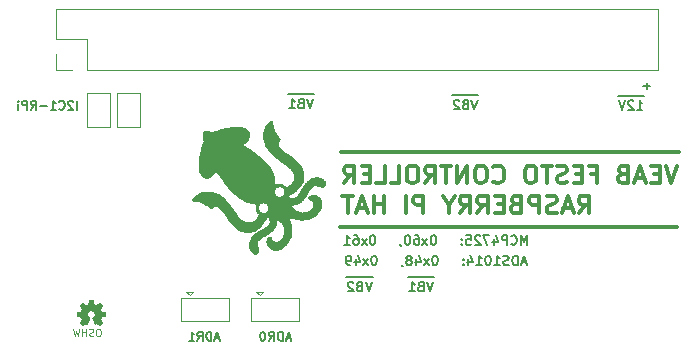
<source format=gbr>
G04 #@! TF.GenerationSoftware,KiCad,Pcbnew,5.99.0+really5.1.10+dfsg1-1*
G04 #@! TF.CreationDate,2022-03-07T14:48:36+01:00*
G04 #@! TF.ProjectId,Raspberry Pi Zero W,52617370-6265-4727-9279-205069205a65,1.0.8*
G04 #@! TF.SameCoordinates,Original*
G04 #@! TF.FileFunction,Legend,Bot*
G04 #@! TF.FilePolarity,Positive*
%FSLAX46Y46*%
G04 Gerber Fmt 4.6, Leading zero omitted, Abs format (unit mm)*
G04 Created by KiCad (PCBNEW 5.99.0+really5.1.10+dfsg1-1) date 2022-03-07 14:48:36*
%MOMM*%
%LPD*%
G01*
G04 APERTURE LIST*
%ADD10C,0.187500*%
%ADD11C,0.200000*%
%ADD12C,0.120000*%
%ADD13C,0.300000*%
%ADD14C,0.150000*%
%ADD15C,0.010000*%
G04 APERTURE END LIST*
D10*
X124783142Y-97367285D02*
X124783142Y-96617285D01*
X124461714Y-96688714D02*
X124426000Y-96653000D01*
X124354571Y-96617285D01*
X124176000Y-96617285D01*
X124104571Y-96653000D01*
X124068857Y-96688714D01*
X124033142Y-96760142D01*
X124033142Y-96831571D01*
X124068857Y-96938714D01*
X124497428Y-97367285D01*
X124033142Y-97367285D01*
X123283142Y-97295857D02*
X123318857Y-97331571D01*
X123426000Y-97367285D01*
X123497428Y-97367285D01*
X123604571Y-97331571D01*
X123676000Y-97260142D01*
X123711714Y-97188714D01*
X123747428Y-97045857D01*
X123747428Y-96938714D01*
X123711714Y-96795857D01*
X123676000Y-96724428D01*
X123604571Y-96653000D01*
X123497428Y-96617285D01*
X123426000Y-96617285D01*
X123318857Y-96653000D01*
X123283142Y-96688714D01*
X122568857Y-97367285D02*
X122997428Y-97367285D01*
X122783142Y-97367285D02*
X122783142Y-96617285D01*
X122854571Y-96724428D01*
X122926000Y-96795857D01*
X122997428Y-96831571D01*
X122247428Y-97081571D02*
X121676000Y-97081571D01*
X120890285Y-97367285D02*
X121140285Y-97010142D01*
X121318857Y-97367285D02*
X121318857Y-96617285D01*
X121033142Y-96617285D01*
X120961714Y-96653000D01*
X120926000Y-96688714D01*
X120890285Y-96760142D01*
X120890285Y-96867285D01*
X120926000Y-96938714D01*
X120961714Y-96974428D01*
X121033142Y-97010142D01*
X121318857Y-97010142D01*
X120568857Y-97367285D02*
X120568857Y-96617285D01*
X120283142Y-96617285D01*
X120211714Y-96653000D01*
X120176000Y-96688714D01*
X120140285Y-96760142D01*
X120140285Y-96867285D01*
X120176000Y-96938714D01*
X120211714Y-96974428D01*
X120283142Y-97010142D01*
X120568857Y-97010142D01*
X119818857Y-97367285D02*
X119818857Y-96867285D01*
X119818857Y-96617285D02*
X119854571Y-96653000D01*
X119818857Y-96688714D01*
X119783142Y-96653000D01*
X119818857Y-96617285D01*
X119818857Y-96688714D01*
D11*
X149840809Y-111559000D02*
X149155095Y-111559000D01*
X149764619Y-111956904D02*
X149497952Y-112756904D01*
X149231285Y-111956904D01*
X149155095Y-111559000D02*
X148355095Y-111559000D01*
X148697952Y-112337857D02*
X148583666Y-112375952D01*
X148545571Y-112414047D01*
X148507476Y-112490238D01*
X148507476Y-112604523D01*
X148545571Y-112680714D01*
X148583666Y-112718809D01*
X148659857Y-112756904D01*
X148964619Y-112756904D01*
X148964619Y-111956904D01*
X148697952Y-111956904D01*
X148621761Y-111995000D01*
X148583666Y-112033095D01*
X148545571Y-112109285D01*
X148545571Y-112185476D01*
X148583666Y-112261666D01*
X148621761Y-112299761D01*
X148697952Y-112337857D01*
X148964619Y-112337857D01*
X148355095Y-111559000D02*
X147593190Y-111559000D01*
X148202714Y-112033095D02*
X148164619Y-111995000D01*
X148088428Y-111956904D01*
X147897952Y-111956904D01*
X147821761Y-111995000D01*
X147783666Y-112033095D01*
X147745571Y-112109285D01*
X147745571Y-112185476D01*
X147783666Y-112299761D01*
X148240809Y-112756904D01*
X147745571Y-112756904D01*
X155047809Y-111559000D02*
X154362095Y-111559000D01*
X154971619Y-111956904D02*
X154704952Y-112756904D01*
X154438285Y-111956904D01*
X154362095Y-111559000D02*
X153562095Y-111559000D01*
X153904952Y-112337857D02*
X153790666Y-112375952D01*
X153752571Y-112414047D01*
X153714476Y-112490238D01*
X153714476Y-112604523D01*
X153752571Y-112680714D01*
X153790666Y-112718809D01*
X153866857Y-112756904D01*
X154171619Y-112756904D01*
X154171619Y-111956904D01*
X153904952Y-111956904D01*
X153828761Y-111995000D01*
X153790666Y-112033095D01*
X153752571Y-112109285D01*
X153752571Y-112185476D01*
X153790666Y-112261666D01*
X153828761Y-112299761D01*
X153904952Y-112337857D01*
X154171619Y-112337857D01*
X153562095Y-111559000D02*
X152800190Y-111559000D01*
X152952571Y-112756904D02*
X153409714Y-112756904D01*
X153181142Y-112756904D02*
X153181142Y-111956904D01*
X153257333Y-112071190D01*
X153333523Y-112147380D01*
X153409714Y-112185476D01*
D12*
X126664857Y-115939928D02*
X126550571Y-115939928D01*
X126493428Y-115968500D01*
X126436285Y-116025642D01*
X126407714Y-116139928D01*
X126407714Y-116339928D01*
X126436285Y-116454214D01*
X126493428Y-116511357D01*
X126550571Y-116539928D01*
X126664857Y-116539928D01*
X126722000Y-116511357D01*
X126779142Y-116454214D01*
X126807714Y-116339928D01*
X126807714Y-116139928D01*
X126779142Y-116025642D01*
X126722000Y-115968500D01*
X126664857Y-115939928D01*
X126179142Y-116511357D02*
X126093428Y-116539928D01*
X125950571Y-116539928D01*
X125893428Y-116511357D01*
X125864857Y-116482785D01*
X125836285Y-116425642D01*
X125836285Y-116368500D01*
X125864857Y-116311357D01*
X125893428Y-116282785D01*
X125950571Y-116254214D01*
X126064857Y-116225642D01*
X126122000Y-116197071D01*
X126150571Y-116168500D01*
X126179142Y-116111357D01*
X126179142Y-116054214D01*
X126150571Y-115997071D01*
X126122000Y-115968500D01*
X126064857Y-115939928D01*
X125922000Y-115939928D01*
X125836285Y-115968500D01*
X125579142Y-116539928D02*
X125579142Y-115939928D01*
X125579142Y-116225642D02*
X125236285Y-116225642D01*
X125236285Y-116539928D02*
X125236285Y-115939928D01*
X125007714Y-115939928D02*
X124864857Y-116539928D01*
X124750571Y-116111357D01*
X124636285Y-116539928D01*
X124493428Y-115939928D01*
D11*
X158794309Y-96128500D02*
X158108595Y-96128500D01*
X158718119Y-96526404D02*
X158451452Y-97326404D01*
X158184785Y-96526404D01*
X158108595Y-96128500D02*
X157308595Y-96128500D01*
X157651452Y-96907357D02*
X157537166Y-96945452D01*
X157499071Y-96983547D01*
X157460976Y-97059738D01*
X157460976Y-97174023D01*
X157499071Y-97250214D01*
X157537166Y-97288309D01*
X157613357Y-97326404D01*
X157918119Y-97326404D01*
X157918119Y-96526404D01*
X157651452Y-96526404D01*
X157575261Y-96564500D01*
X157537166Y-96602595D01*
X157499071Y-96678785D01*
X157499071Y-96754976D01*
X157537166Y-96831166D01*
X157575261Y-96869261D01*
X157651452Y-96907357D01*
X157918119Y-96907357D01*
X157308595Y-96128500D02*
X156546690Y-96128500D01*
X157156214Y-96602595D02*
X157118119Y-96564500D01*
X157041928Y-96526404D01*
X156851452Y-96526404D01*
X156775261Y-96564500D01*
X156737166Y-96602595D01*
X156699071Y-96678785D01*
X156699071Y-96754976D01*
X156737166Y-96869261D01*
X157194309Y-97326404D01*
X156699071Y-97326404D01*
X144887809Y-96065000D02*
X144202095Y-96065000D01*
X144811619Y-96462904D02*
X144544952Y-97262904D01*
X144278285Y-96462904D01*
X144202095Y-96065000D02*
X143402095Y-96065000D01*
X143744952Y-96843857D02*
X143630666Y-96881952D01*
X143592571Y-96920047D01*
X143554476Y-96996238D01*
X143554476Y-97110523D01*
X143592571Y-97186714D01*
X143630666Y-97224809D01*
X143706857Y-97262904D01*
X144011619Y-97262904D01*
X144011619Y-96462904D01*
X143744952Y-96462904D01*
X143668761Y-96501000D01*
X143630666Y-96539095D01*
X143592571Y-96615285D01*
X143592571Y-96691476D01*
X143630666Y-96767666D01*
X143668761Y-96805761D01*
X143744952Y-96843857D01*
X144011619Y-96843857D01*
X143402095Y-96065000D02*
X142640190Y-96065000D01*
X142792571Y-97262904D02*
X143249714Y-97262904D01*
X143021142Y-97262904D02*
X143021142Y-96462904D01*
X143097333Y-96577190D01*
X143173523Y-96653380D01*
X143249714Y-96691476D01*
D13*
X147066000Y-107315000D02*
X175641000Y-107315000D01*
X147193000Y-100965000D02*
X175768000Y-100965000D01*
D11*
X162832095Y-110305833D02*
X162451142Y-110305833D01*
X162908285Y-110534404D02*
X162641619Y-109734404D01*
X162374952Y-110534404D01*
X162108285Y-110534404D02*
X162108285Y-109734404D01*
X161917809Y-109734404D01*
X161803523Y-109772500D01*
X161727333Y-109848690D01*
X161689238Y-109924880D01*
X161651142Y-110077261D01*
X161651142Y-110191547D01*
X161689238Y-110343928D01*
X161727333Y-110420119D01*
X161803523Y-110496309D01*
X161917809Y-110534404D01*
X162108285Y-110534404D01*
X161346380Y-110496309D02*
X161232095Y-110534404D01*
X161041619Y-110534404D01*
X160965428Y-110496309D01*
X160927333Y-110458214D01*
X160889238Y-110382023D01*
X160889238Y-110305833D01*
X160927333Y-110229642D01*
X160965428Y-110191547D01*
X161041619Y-110153452D01*
X161194000Y-110115357D01*
X161270190Y-110077261D01*
X161308285Y-110039166D01*
X161346380Y-109962976D01*
X161346380Y-109886785D01*
X161308285Y-109810595D01*
X161270190Y-109772500D01*
X161194000Y-109734404D01*
X161003523Y-109734404D01*
X160889238Y-109772500D01*
X160127333Y-110534404D02*
X160584476Y-110534404D01*
X160355904Y-110534404D02*
X160355904Y-109734404D01*
X160432095Y-109848690D01*
X160508285Y-109924880D01*
X160584476Y-109962976D01*
X159632095Y-109734404D02*
X159555904Y-109734404D01*
X159479714Y-109772500D01*
X159441619Y-109810595D01*
X159403523Y-109886785D01*
X159365428Y-110039166D01*
X159365428Y-110229642D01*
X159403523Y-110382023D01*
X159441619Y-110458214D01*
X159479714Y-110496309D01*
X159555904Y-110534404D01*
X159632095Y-110534404D01*
X159708285Y-110496309D01*
X159746380Y-110458214D01*
X159784476Y-110382023D01*
X159822571Y-110229642D01*
X159822571Y-110039166D01*
X159784476Y-109886785D01*
X159746380Y-109810595D01*
X159708285Y-109772500D01*
X159632095Y-109734404D01*
X158603523Y-110534404D02*
X159060666Y-110534404D01*
X158832095Y-110534404D02*
X158832095Y-109734404D01*
X158908285Y-109848690D01*
X158984476Y-109924880D01*
X159060666Y-109962976D01*
X157917809Y-110001071D02*
X157917809Y-110534404D01*
X158108285Y-109696309D02*
X158298761Y-110267738D01*
X157803523Y-110267738D01*
X157498761Y-110458214D02*
X157460666Y-110496309D01*
X157498761Y-110534404D01*
X157536857Y-110496309D01*
X157498761Y-110458214D01*
X157498761Y-110534404D01*
X157498761Y-110039166D02*
X157460666Y-110077261D01*
X157498761Y-110115357D01*
X157536857Y-110077261D01*
X157498761Y-110039166D01*
X157498761Y-110115357D01*
X155136857Y-109734404D02*
X155060666Y-109734404D01*
X154984476Y-109772500D01*
X154946380Y-109810595D01*
X154908285Y-109886785D01*
X154870190Y-110039166D01*
X154870190Y-110229642D01*
X154908285Y-110382023D01*
X154946380Y-110458214D01*
X154984476Y-110496309D01*
X155060666Y-110534404D01*
X155136857Y-110534404D01*
X155213047Y-110496309D01*
X155251142Y-110458214D01*
X155289238Y-110382023D01*
X155327333Y-110229642D01*
X155327333Y-110039166D01*
X155289238Y-109886785D01*
X155251142Y-109810595D01*
X155213047Y-109772500D01*
X155136857Y-109734404D01*
X154603523Y-110534404D02*
X154184476Y-110001071D01*
X154603523Y-110001071D02*
X154184476Y-110534404D01*
X153536857Y-110001071D02*
X153536857Y-110534404D01*
X153727333Y-109696309D02*
X153917809Y-110267738D01*
X153422571Y-110267738D01*
X153003523Y-110077261D02*
X153079714Y-110039166D01*
X153117809Y-110001071D01*
X153155904Y-109924880D01*
X153155904Y-109886785D01*
X153117809Y-109810595D01*
X153079714Y-109772500D01*
X153003523Y-109734404D01*
X152851142Y-109734404D01*
X152774952Y-109772500D01*
X152736857Y-109810595D01*
X152698761Y-109886785D01*
X152698761Y-109924880D01*
X152736857Y-110001071D01*
X152774952Y-110039166D01*
X152851142Y-110077261D01*
X153003523Y-110077261D01*
X153079714Y-110115357D01*
X153117809Y-110153452D01*
X153155904Y-110229642D01*
X153155904Y-110382023D01*
X153117809Y-110458214D01*
X153079714Y-110496309D01*
X153003523Y-110534404D01*
X152851142Y-110534404D01*
X152774952Y-110496309D01*
X152736857Y-110458214D01*
X152698761Y-110382023D01*
X152698761Y-110229642D01*
X152736857Y-110153452D01*
X152774952Y-110115357D01*
X152851142Y-110077261D01*
X152317809Y-110496309D02*
X152317809Y-110534404D01*
X152355904Y-110610595D01*
X152394000Y-110648690D01*
X149994000Y-109734404D02*
X149917809Y-109734404D01*
X149841619Y-109772500D01*
X149803523Y-109810595D01*
X149765428Y-109886785D01*
X149727333Y-110039166D01*
X149727333Y-110229642D01*
X149765428Y-110382023D01*
X149803523Y-110458214D01*
X149841619Y-110496309D01*
X149917809Y-110534404D01*
X149994000Y-110534404D01*
X150070190Y-110496309D01*
X150108285Y-110458214D01*
X150146380Y-110382023D01*
X150184476Y-110229642D01*
X150184476Y-110039166D01*
X150146380Y-109886785D01*
X150108285Y-109810595D01*
X150070190Y-109772500D01*
X149994000Y-109734404D01*
X149460666Y-110534404D02*
X149041619Y-110001071D01*
X149460666Y-110001071D02*
X149041619Y-110534404D01*
X148394000Y-110001071D02*
X148394000Y-110534404D01*
X148584476Y-109696309D02*
X148774952Y-110267738D01*
X148279714Y-110267738D01*
X147936857Y-110534404D02*
X147784476Y-110534404D01*
X147708285Y-110496309D01*
X147670190Y-110458214D01*
X147594000Y-110343928D01*
X147555904Y-110191547D01*
X147555904Y-109886785D01*
X147594000Y-109810595D01*
X147632095Y-109772500D01*
X147708285Y-109734404D01*
X147860666Y-109734404D01*
X147936857Y-109772500D01*
X147974952Y-109810595D01*
X148013047Y-109886785D01*
X148013047Y-110077261D01*
X147974952Y-110153452D01*
X147936857Y-110191547D01*
X147860666Y-110229642D01*
X147708285Y-110229642D01*
X147632095Y-110191547D01*
X147594000Y-110153452D01*
X147555904Y-110077261D01*
X162927333Y-108819904D02*
X162927333Y-108019904D01*
X162660666Y-108591333D01*
X162394000Y-108019904D01*
X162394000Y-108819904D01*
X161555904Y-108743714D02*
X161594000Y-108781809D01*
X161708285Y-108819904D01*
X161784476Y-108819904D01*
X161898761Y-108781809D01*
X161974952Y-108705619D01*
X162013047Y-108629428D01*
X162051142Y-108477047D01*
X162051142Y-108362761D01*
X162013047Y-108210380D01*
X161974952Y-108134190D01*
X161898761Y-108058000D01*
X161784476Y-108019904D01*
X161708285Y-108019904D01*
X161594000Y-108058000D01*
X161555904Y-108096095D01*
X161213047Y-108819904D02*
X161213047Y-108019904D01*
X160908285Y-108019904D01*
X160832095Y-108058000D01*
X160794000Y-108096095D01*
X160755904Y-108172285D01*
X160755904Y-108286571D01*
X160794000Y-108362761D01*
X160832095Y-108400857D01*
X160908285Y-108438952D01*
X161213047Y-108438952D01*
X160070190Y-108286571D02*
X160070190Y-108819904D01*
X160260666Y-107981809D02*
X160451142Y-108553238D01*
X159955904Y-108553238D01*
X159727333Y-108019904D02*
X159194000Y-108019904D01*
X159536857Y-108819904D01*
X158927333Y-108096095D02*
X158889238Y-108058000D01*
X158813047Y-108019904D01*
X158622571Y-108019904D01*
X158546380Y-108058000D01*
X158508285Y-108096095D01*
X158470190Y-108172285D01*
X158470190Y-108248476D01*
X158508285Y-108362761D01*
X158965428Y-108819904D01*
X158470190Y-108819904D01*
X157746380Y-108019904D02*
X158127333Y-108019904D01*
X158165428Y-108400857D01*
X158127333Y-108362761D01*
X158051142Y-108324666D01*
X157860666Y-108324666D01*
X157784476Y-108362761D01*
X157746380Y-108400857D01*
X157708285Y-108477047D01*
X157708285Y-108667523D01*
X157746380Y-108743714D01*
X157784476Y-108781809D01*
X157860666Y-108819904D01*
X158051142Y-108819904D01*
X158127333Y-108781809D01*
X158165428Y-108743714D01*
X157365428Y-108743714D02*
X157327333Y-108781809D01*
X157365428Y-108819904D01*
X157403523Y-108781809D01*
X157365428Y-108743714D01*
X157365428Y-108819904D01*
X157365428Y-108324666D02*
X157327333Y-108362761D01*
X157365428Y-108400857D01*
X157403523Y-108362761D01*
X157365428Y-108324666D01*
X157365428Y-108400857D01*
X155003523Y-108019904D02*
X154927333Y-108019904D01*
X154851142Y-108058000D01*
X154813047Y-108096095D01*
X154774952Y-108172285D01*
X154736857Y-108324666D01*
X154736857Y-108515142D01*
X154774952Y-108667523D01*
X154813047Y-108743714D01*
X154851142Y-108781809D01*
X154927333Y-108819904D01*
X155003523Y-108819904D01*
X155079714Y-108781809D01*
X155117809Y-108743714D01*
X155155904Y-108667523D01*
X155194000Y-108515142D01*
X155194000Y-108324666D01*
X155155904Y-108172285D01*
X155117809Y-108096095D01*
X155079714Y-108058000D01*
X155003523Y-108019904D01*
X154470190Y-108819904D02*
X154051142Y-108286571D01*
X154470190Y-108286571D02*
X154051142Y-108819904D01*
X153403523Y-108019904D02*
X153555904Y-108019904D01*
X153632095Y-108058000D01*
X153670190Y-108096095D01*
X153746380Y-108210380D01*
X153784476Y-108362761D01*
X153784476Y-108667523D01*
X153746380Y-108743714D01*
X153708285Y-108781809D01*
X153632095Y-108819904D01*
X153479714Y-108819904D01*
X153403523Y-108781809D01*
X153365428Y-108743714D01*
X153327333Y-108667523D01*
X153327333Y-108477047D01*
X153365428Y-108400857D01*
X153403523Y-108362761D01*
X153479714Y-108324666D01*
X153632095Y-108324666D01*
X153708285Y-108362761D01*
X153746380Y-108400857D01*
X153784476Y-108477047D01*
X152832095Y-108019904D02*
X152755904Y-108019904D01*
X152679714Y-108058000D01*
X152641619Y-108096095D01*
X152603523Y-108172285D01*
X152565428Y-108324666D01*
X152565428Y-108515142D01*
X152603523Y-108667523D01*
X152641619Y-108743714D01*
X152679714Y-108781809D01*
X152755904Y-108819904D01*
X152832095Y-108819904D01*
X152908285Y-108781809D01*
X152946380Y-108743714D01*
X152984476Y-108667523D01*
X153022571Y-108515142D01*
X153022571Y-108324666D01*
X152984476Y-108172285D01*
X152946380Y-108096095D01*
X152908285Y-108058000D01*
X152832095Y-108019904D01*
X152184476Y-108781809D02*
X152184476Y-108819904D01*
X152222571Y-108896095D01*
X152260666Y-108934190D01*
X149860666Y-108019904D02*
X149784476Y-108019904D01*
X149708285Y-108058000D01*
X149670190Y-108096095D01*
X149632095Y-108172285D01*
X149594000Y-108324666D01*
X149594000Y-108515142D01*
X149632095Y-108667523D01*
X149670190Y-108743714D01*
X149708285Y-108781809D01*
X149784476Y-108819904D01*
X149860666Y-108819904D01*
X149936857Y-108781809D01*
X149974952Y-108743714D01*
X150013047Y-108667523D01*
X150051142Y-108515142D01*
X150051142Y-108324666D01*
X150013047Y-108172285D01*
X149974952Y-108096095D01*
X149936857Y-108058000D01*
X149860666Y-108019904D01*
X149327333Y-108819904D02*
X148908285Y-108286571D01*
X149327333Y-108286571D02*
X148908285Y-108819904D01*
X148260666Y-108019904D02*
X148413047Y-108019904D01*
X148489238Y-108058000D01*
X148527333Y-108096095D01*
X148603523Y-108210380D01*
X148641619Y-108362761D01*
X148641619Y-108667523D01*
X148603523Y-108743714D01*
X148565428Y-108781809D01*
X148489238Y-108819904D01*
X148336857Y-108819904D01*
X148260666Y-108781809D01*
X148222571Y-108743714D01*
X148184476Y-108667523D01*
X148184476Y-108477047D01*
X148222571Y-108400857D01*
X148260666Y-108362761D01*
X148336857Y-108324666D01*
X148489238Y-108324666D01*
X148565428Y-108362761D01*
X148603523Y-108400857D01*
X148641619Y-108477047D01*
X147422571Y-108819904D02*
X147879714Y-108819904D01*
X147651142Y-108819904D02*
X147651142Y-108019904D01*
X147727333Y-108134190D01*
X147803523Y-108210380D01*
X147879714Y-108248476D01*
D14*
X173323214Y-95367071D02*
X172751785Y-95367071D01*
X173037500Y-95652785D02*
X173037500Y-95081357D01*
D11*
X172808761Y-96192000D02*
X172046857Y-96192000D01*
X172199238Y-97389904D02*
X172656380Y-97389904D01*
X172427809Y-97389904D02*
X172427809Y-96589904D01*
X172504000Y-96704190D01*
X172580190Y-96780380D01*
X172656380Y-96818476D01*
X172046857Y-96192000D02*
X171284952Y-96192000D01*
X171894476Y-96666095D02*
X171856380Y-96628000D01*
X171780190Y-96589904D01*
X171589714Y-96589904D01*
X171513523Y-96628000D01*
X171475428Y-96666095D01*
X171437333Y-96742285D01*
X171437333Y-96818476D01*
X171475428Y-96932761D01*
X171932571Y-97389904D01*
X171437333Y-97389904D01*
X171284952Y-96192000D02*
X170599238Y-96192000D01*
X171208761Y-96589904D02*
X170942095Y-97389904D01*
X170675428Y-96589904D01*
D10*
X142890714Y-116711000D02*
X142533571Y-116711000D01*
X142962142Y-116925285D02*
X142712142Y-116175285D01*
X142462142Y-116925285D01*
X142212142Y-116925285D02*
X142212142Y-116175285D01*
X142033571Y-116175285D01*
X141926428Y-116211000D01*
X141855000Y-116282428D01*
X141819285Y-116353857D01*
X141783571Y-116496714D01*
X141783571Y-116603857D01*
X141819285Y-116746714D01*
X141855000Y-116818142D01*
X141926428Y-116889571D01*
X142033571Y-116925285D01*
X142212142Y-116925285D01*
X141033571Y-116925285D02*
X141283571Y-116568142D01*
X141462142Y-116925285D02*
X141462142Y-116175285D01*
X141176428Y-116175285D01*
X141105000Y-116211000D01*
X141069285Y-116246714D01*
X141033571Y-116318142D01*
X141033571Y-116425285D01*
X141069285Y-116496714D01*
X141105000Y-116532428D01*
X141176428Y-116568142D01*
X141462142Y-116568142D01*
X140569285Y-116175285D02*
X140497857Y-116175285D01*
X140426428Y-116211000D01*
X140390714Y-116246714D01*
X140355000Y-116318142D01*
X140319285Y-116461000D01*
X140319285Y-116639571D01*
X140355000Y-116782428D01*
X140390714Y-116853857D01*
X140426428Y-116889571D01*
X140497857Y-116925285D01*
X140569285Y-116925285D01*
X140640714Y-116889571D01*
X140676428Y-116853857D01*
X140712142Y-116782428D01*
X140747857Y-116639571D01*
X140747857Y-116461000D01*
X140712142Y-116318142D01*
X140676428Y-116246714D01*
X140640714Y-116211000D01*
X140569285Y-116175285D01*
D14*
X136858214Y-116711000D02*
X136501071Y-116711000D01*
X136929642Y-116925285D02*
X136679642Y-116175285D01*
X136429642Y-116925285D01*
X136179642Y-116925285D02*
X136179642Y-116175285D01*
X136001071Y-116175285D01*
X135893928Y-116211000D01*
X135822500Y-116282428D01*
X135786785Y-116353857D01*
X135751071Y-116496714D01*
X135751071Y-116603857D01*
X135786785Y-116746714D01*
X135822500Y-116818142D01*
X135893928Y-116889571D01*
X136001071Y-116925285D01*
X136179642Y-116925285D01*
X135001071Y-116925285D02*
X135251071Y-116568142D01*
X135429642Y-116925285D02*
X135429642Y-116175285D01*
X135143928Y-116175285D01*
X135072500Y-116211000D01*
X135036785Y-116246714D01*
X135001071Y-116318142D01*
X135001071Y-116425285D01*
X135036785Y-116496714D01*
X135072500Y-116532428D01*
X135143928Y-116568142D01*
X135429642Y-116568142D01*
X134286785Y-116925285D02*
X134715357Y-116925285D01*
X134501071Y-116925285D02*
X134501071Y-116175285D01*
X134572500Y-116282428D01*
X134643928Y-116353857D01*
X134715357Y-116389571D01*
D13*
X175634000Y-102107071D02*
X175134000Y-103607071D01*
X174634000Y-102107071D01*
X174134000Y-102821357D02*
X173634000Y-102821357D01*
X173419714Y-103607071D02*
X174134000Y-103607071D01*
X174134000Y-102107071D01*
X173419714Y-102107071D01*
X172848285Y-103178500D02*
X172134000Y-103178500D01*
X172991142Y-103607071D02*
X172491142Y-102107071D01*
X171991142Y-103607071D01*
X170991142Y-102821357D02*
X170776857Y-102892785D01*
X170705428Y-102964214D01*
X170634000Y-103107071D01*
X170634000Y-103321357D01*
X170705428Y-103464214D01*
X170776857Y-103535642D01*
X170919714Y-103607071D01*
X171491142Y-103607071D01*
X171491142Y-102107071D01*
X170991142Y-102107071D01*
X170848285Y-102178500D01*
X170776857Y-102249928D01*
X170705428Y-102392785D01*
X170705428Y-102535642D01*
X170776857Y-102678500D01*
X170848285Y-102749928D01*
X170991142Y-102821357D01*
X171491142Y-102821357D01*
X168348285Y-102821357D02*
X168848285Y-102821357D01*
X168848285Y-103607071D02*
X168848285Y-102107071D01*
X168134000Y-102107071D01*
X167562571Y-102821357D02*
X167062571Y-102821357D01*
X166848285Y-103607071D02*
X167562571Y-103607071D01*
X167562571Y-102107071D01*
X166848285Y-102107071D01*
X166276857Y-103535642D02*
X166062571Y-103607071D01*
X165705428Y-103607071D01*
X165562571Y-103535642D01*
X165491142Y-103464214D01*
X165419714Y-103321357D01*
X165419714Y-103178500D01*
X165491142Y-103035642D01*
X165562571Y-102964214D01*
X165705428Y-102892785D01*
X165991142Y-102821357D01*
X166134000Y-102749928D01*
X166205428Y-102678500D01*
X166276857Y-102535642D01*
X166276857Y-102392785D01*
X166205428Y-102249928D01*
X166134000Y-102178500D01*
X165991142Y-102107071D01*
X165634000Y-102107071D01*
X165419714Y-102178500D01*
X164991142Y-102107071D02*
X164134000Y-102107071D01*
X164562571Y-103607071D02*
X164562571Y-102107071D01*
X163348285Y-102107071D02*
X163062571Y-102107071D01*
X162919714Y-102178500D01*
X162776857Y-102321357D01*
X162705428Y-102607071D01*
X162705428Y-103107071D01*
X162776857Y-103392785D01*
X162919714Y-103535642D01*
X163062571Y-103607071D01*
X163348285Y-103607071D01*
X163491142Y-103535642D01*
X163634000Y-103392785D01*
X163705428Y-103107071D01*
X163705428Y-102607071D01*
X163634000Y-102321357D01*
X163491142Y-102178500D01*
X163348285Y-102107071D01*
X160062571Y-103464214D02*
X160134000Y-103535642D01*
X160348285Y-103607071D01*
X160491142Y-103607071D01*
X160705428Y-103535642D01*
X160848285Y-103392785D01*
X160919714Y-103249928D01*
X160991142Y-102964214D01*
X160991142Y-102749928D01*
X160919714Y-102464214D01*
X160848285Y-102321357D01*
X160705428Y-102178500D01*
X160491142Y-102107071D01*
X160348285Y-102107071D01*
X160134000Y-102178500D01*
X160062571Y-102249928D01*
X159134000Y-102107071D02*
X158848285Y-102107071D01*
X158705428Y-102178500D01*
X158562571Y-102321357D01*
X158491142Y-102607071D01*
X158491142Y-103107071D01*
X158562571Y-103392785D01*
X158705428Y-103535642D01*
X158848285Y-103607071D01*
X159134000Y-103607071D01*
X159276857Y-103535642D01*
X159419714Y-103392785D01*
X159491142Y-103107071D01*
X159491142Y-102607071D01*
X159419714Y-102321357D01*
X159276857Y-102178500D01*
X159134000Y-102107071D01*
X157848285Y-103607071D02*
X157848285Y-102107071D01*
X156991142Y-103607071D01*
X156991142Y-102107071D01*
X156491142Y-102107071D02*
X155634000Y-102107071D01*
X156062571Y-103607071D02*
X156062571Y-102107071D01*
X154276857Y-103607071D02*
X154776857Y-102892785D01*
X155134000Y-103607071D02*
X155134000Y-102107071D01*
X154562571Y-102107071D01*
X154419714Y-102178500D01*
X154348285Y-102249928D01*
X154276857Y-102392785D01*
X154276857Y-102607071D01*
X154348285Y-102749928D01*
X154419714Y-102821357D01*
X154562571Y-102892785D01*
X155134000Y-102892785D01*
X153348285Y-102107071D02*
X153062571Y-102107071D01*
X152919714Y-102178500D01*
X152776857Y-102321357D01*
X152705428Y-102607071D01*
X152705428Y-103107071D01*
X152776857Y-103392785D01*
X152919714Y-103535642D01*
X153062571Y-103607071D01*
X153348285Y-103607071D01*
X153491142Y-103535642D01*
X153634000Y-103392785D01*
X153705428Y-103107071D01*
X153705428Y-102607071D01*
X153634000Y-102321357D01*
X153491142Y-102178500D01*
X153348285Y-102107071D01*
X151348285Y-103607071D02*
X152062571Y-103607071D01*
X152062571Y-102107071D01*
X150134000Y-103607071D02*
X150848285Y-103607071D01*
X150848285Y-102107071D01*
X149634000Y-102821357D02*
X149134000Y-102821357D01*
X148919714Y-103607071D02*
X149634000Y-103607071D01*
X149634000Y-102107071D01*
X148919714Y-102107071D01*
X147419714Y-103607071D02*
X147919714Y-102892785D01*
X148276857Y-103607071D02*
X148276857Y-102107071D01*
X147705428Y-102107071D01*
X147562571Y-102178500D01*
X147491142Y-102249928D01*
X147419714Y-102392785D01*
X147419714Y-102607071D01*
X147491142Y-102749928D01*
X147562571Y-102821357D01*
X147705428Y-102892785D01*
X148276857Y-102892785D01*
X167276857Y-106157071D02*
X167776857Y-105442785D01*
X168134000Y-106157071D02*
X168134000Y-104657071D01*
X167562571Y-104657071D01*
X167419714Y-104728500D01*
X167348285Y-104799928D01*
X167276857Y-104942785D01*
X167276857Y-105157071D01*
X167348285Y-105299928D01*
X167419714Y-105371357D01*
X167562571Y-105442785D01*
X168134000Y-105442785D01*
X166705428Y-105728500D02*
X165991142Y-105728500D01*
X166848285Y-106157071D02*
X166348285Y-104657071D01*
X165848285Y-106157071D01*
X165419714Y-106085642D02*
X165205428Y-106157071D01*
X164848285Y-106157071D01*
X164705428Y-106085642D01*
X164634000Y-106014214D01*
X164562571Y-105871357D01*
X164562571Y-105728500D01*
X164634000Y-105585642D01*
X164705428Y-105514214D01*
X164848285Y-105442785D01*
X165134000Y-105371357D01*
X165276857Y-105299928D01*
X165348285Y-105228500D01*
X165419714Y-105085642D01*
X165419714Y-104942785D01*
X165348285Y-104799928D01*
X165276857Y-104728500D01*
X165134000Y-104657071D01*
X164776857Y-104657071D01*
X164562571Y-104728500D01*
X163919714Y-106157071D02*
X163919714Y-104657071D01*
X163348285Y-104657071D01*
X163205428Y-104728500D01*
X163134000Y-104799928D01*
X163062571Y-104942785D01*
X163062571Y-105157071D01*
X163134000Y-105299928D01*
X163205428Y-105371357D01*
X163348285Y-105442785D01*
X163919714Y-105442785D01*
X161919714Y-105371357D02*
X161705428Y-105442785D01*
X161634000Y-105514214D01*
X161562571Y-105657071D01*
X161562571Y-105871357D01*
X161634000Y-106014214D01*
X161705428Y-106085642D01*
X161848285Y-106157071D01*
X162419714Y-106157071D01*
X162419714Y-104657071D01*
X161919714Y-104657071D01*
X161776857Y-104728500D01*
X161705428Y-104799928D01*
X161634000Y-104942785D01*
X161634000Y-105085642D01*
X161705428Y-105228500D01*
X161776857Y-105299928D01*
X161919714Y-105371357D01*
X162419714Y-105371357D01*
X160919714Y-105371357D02*
X160419714Y-105371357D01*
X160205428Y-106157071D02*
X160919714Y-106157071D01*
X160919714Y-104657071D01*
X160205428Y-104657071D01*
X158705428Y-106157071D02*
X159205428Y-105442785D01*
X159562571Y-106157071D02*
X159562571Y-104657071D01*
X158991142Y-104657071D01*
X158848285Y-104728500D01*
X158776857Y-104799928D01*
X158705428Y-104942785D01*
X158705428Y-105157071D01*
X158776857Y-105299928D01*
X158848285Y-105371357D01*
X158991142Y-105442785D01*
X159562571Y-105442785D01*
X157205428Y-106157071D02*
X157705428Y-105442785D01*
X158062571Y-106157071D02*
X158062571Y-104657071D01*
X157491142Y-104657071D01*
X157348285Y-104728500D01*
X157276857Y-104799928D01*
X157205428Y-104942785D01*
X157205428Y-105157071D01*
X157276857Y-105299928D01*
X157348285Y-105371357D01*
X157491142Y-105442785D01*
X158062571Y-105442785D01*
X156276857Y-105442785D02*
X156276857Y-106157071D01*
X156776857Y-104657071D02*
X156276857Y-105442785D01*
X155776857Y-104657071D01*
X154134000Y-106157071D02*
X154134000Y-104657071D01*
X153562571Y-104657071D01*
X153419714Y-104728500D01*
X153348285Y-104799928D01*
X153276857Y-104942785D01*
X153276857Y-105157071D01*
X153348285Y-105299928D01*
X153419714Y-105371357D01*
X153562571Y-105442785D01*
X154134000Y-105442785D01*
X152634000Y-106157071D02*
X152634000Y-104657071D01*
X150776857Y-106157071D02*
X150776857Y-104657071D01*
X150776857Y-105371357D02*
X149919714Y-105371357D01*
X149919714Y-106157071D02*
X149919714Y-104657071D01*
X149276857Y-105728500D02*
X148562571Y-105728500D01*
X149419714Y-106157071D02*
X148919714Y-104657071D01*
X148419714Y-106157071D01*
X148134000Y-104657071D02*
X147276857Y-104657071D01*
X147705428Y-106157071D02*
X147705428Y-104657071D01*
D15*
G36*
X125943279Y-113524337D02*
G01*
X125911589Y-113524401D01*
X125886241Y-113524551D01*
X125866497Y-113524821D01*
X125851621Y-113525248D01*
X125840875Y-113525867D01*
X125833523Y-113526713D01*
X125828828Y-113527821D01*
X125826052Y-113529227D01*
X125824459Y-113530965D01*
X125823913Y-113531900D01*
X125822307Y-113537341D01*
X125819478Y-113549583D01*
X125815606Y-113567738D01*
X125810872Y-113590917D01*
X125805458Y-113618233D01*
X125799543Y-113648798D01*
X125793309Y-113681725D01*
X125792280Y-113687231D01*
X125785999Y-113720337D01*
X125779965Y-113751116D01*
X125774363Y-113778701D01*
X125769377Y-113802222D01*
X125765193Y-113820810D01*
X125761995Y-113833597D01*
X125759968Y-113839713D01*
X125759748Y-113840033D01*
X125754566Y-113843126D01*
X125743252Y-113848563D01*
X125726968Y-113855866D01*
X125706871Y-113864562D01*
X125684122Y-113874176D01*
X125659879Y-113884231D01*
X125635303Y-113894254D01*
X125611551Y-113903769D01*
X125589784Y-113912300D01*
X125571160Y-113919374D01*
X125556839Y-113924514D01*
X125547981Y-113927246D01*
X125546166Y-113927561D01*
X125540617Y-113925872D01*
X125530184Y-113920440D01*
X125514611Y-113911105D01*
X125493642Y-113897704D01*
X125467022Y-113880075D01*
X125434493Y-113858058D01*
X125415600Y-113845124D01*
X125382866Y-113822646D01*
X125355962Y-113804201D01*
X125334272Y-113789406D01*
X125317180Y-113777876D01*
X125304068Y-113769226D01*
X125294320Y-113763073D01*
X125287320Y-113759031D01*
X125282451Y-113756717D01*
X125279096Y-113755747D01*
X125276639Y-113755735D01*
X125274463Y-113756298D01*
X125273557Y-113756591D01*
X125268563Y-113760050D01*
X125259046Y-113768348D01*
X125245742Y-113780738D01*
X125229385Y-113796471D01*
X125210709Y-113814801D01*
X125190448Y-113834980D01*
X125169339Y-113856259D01*
X125148114Y-113877891D01*
X125127509Y-113899128D01*
X125108258Y-113919224D01*
X125091096Y-113937429D01*
X125076757Y-113952996D01*
X125065976Y-113965177D01*
X125059487Y-113973225D01*
X125057877Y-113976138D01*
X125060027Y-113981062D01*
X125066153Y-113991646D01*
X125075768Y-114007133D01*
X125088385Y-114026767D01*
X125103517Y-114049792D01*
X125120677Y-114075452D01*
X125139380Y-114102990D01*
X125141893Y-114106660D01*
X125167116Y-114143732D01*
X125187911Y-114174892D01*
X125204232Y-114200066D01*
X125216034Y-114219185D01*
X125223271Y-114232176D01*
X125225898Y-114238967D01*
X125225908Y-114239196D01*
X125224366Y-114246115D01*
X125220065Y-114258830D01*
X125213489Y-114276220D01*
X125205124Y-114297163D01*
X125195455Y-114320540D01*
X125184968Y-114345229D01*
X125174149Y-114370110D01*
X125163481Y-114394062D01*
X125153452Y-114415964D01*
X125144546Y-114434695D01*
X125137249Y-114449135D01*
X125132046Y-114458163D01*
X125130020Y-114460595D01*
X125124431Y-114462512D01*
X125112073Y-114465607D01*
X125093872Y-114469687D01*
X125070752Y-114474557D01*
X125043639Y-114480020D01*
X125013458Y-114485882D01*
X124983482Y-114491514D01*
X124951243Y-114497531D01*
X124921175Y-114503250D01*
X124894208Y-114508486D01*
X124871274Y-114513053D01*
X124853304Y-114516767D01*
X124841229Y-114519442D01*
X124836116Y-114520831D01*
X124827323Y-114524525D01*
X124827323Y-114680499D01*
X124827343Y-114719633D01*
X124827422Y-114751673D01*
X124827592Y-114777343D01*
X124827884Y-114797363D01*
X124828329Y-114812456D01*
X124828957Y-114823345D01*
X124829801Y-114830750D01*
X124830891Y-114835394D01*
X124832258Y-114837999D01*
X124833933Y-114839288D01*
X124834162Y-114839391D01*
X124839468Y-114840763D01*
X124851551Y-114843380D01*
X124869505Y-114847061D01*
X124892423Y-114851625D01*
X124919397Y-114856893D01*
X124949521Y-114862683D01*
X124981448Y-114868732D01*
X125020568Y-114876170D01*
X125052558Y-114882441D01*
X125077996Y-114887676D01*
X125097457Y-114892005D01*
X125111521Y-114895561D01*
X125120762Y-114898475D01*
X125125759Y-114900878D01*
X125126771Y-114901820D01*
X125129414Y-114907033D01*
X125134529Y-114918551D01*
X125141714Y-114935413D01*
X125150565Y-114956657D01*
X125160678Y-114981321D01*
X125171651Y-115008444D01*
X125175303Y-115017548D01*
X125189674Y-115053890D01*
X125200940Y-115083378D01*
X125209196Y-115106287D01*
X125214538Y-115122893D01*
X125217064Y-115133469D01*
X125217234Y-115137290D01*
X125214666Y-115142920D01*
X125208138Y-115154145D01*
X125198170Y-115170155D01*
X125185283Y-115190142D01*
X125169997Y-115213297D01*
X125152833Y-115238811D01*
X125136693Y-115262423D01*
X125118421Y-115289142D01*
X125101647Y-115314026D01*
X125086876Y-115336301D01*
X125074611Y-115355190D01*
X125065358Y-115369918D01*
X125059619Y-115379708D01*
X125057877Y-115383654D01*
X125060563Y-115387830D01*
X125068224Y-115396854D01*
X125080262Y-115410094D01*
X125096080Y-115426916D01*
X125115082Y-115446689D01*
X125136671Y-115468779D01*
X125160249Y-115492553D01*
X125166615Y-115498916D01*
X125194905Y-115527056D01*
X125218229Y-115550045D01*
X125237078Y-115568329D01*
X125251942Y-115582353D01*
X125263310Y-115592563D01*
X125271673Y-115599405D01*
X125277521Y-115603324D01*
X125281342Y-115604765D01*
X125282868Y-115604626D01*
X125287766Y-115601823D01*
X125298302Y-115595106D01*
X125313684Y-115585003D01*
X125333119Y-115572041D01*
X125355817Y-115556749D01*
X125380984Y-115539653D01*
X125403313Y-115524380D01*
X125429906Y-115506282D01*
X125454700Y-115489684D01*
X125476907Y-115475093D01*
X125495735Y-115463018D01*
X125510396Y-115453967D01*
X125520100Y-115448446D01*
X125523849Y-115446908D01*
X125529864Y-115448689D01*
X125541293Y-115453588D01*
X125556711Y-115460941D01*
X125574692Y-115470085D01*
X125582859Y-115474403D01*
X125601446Y-115484024D01*
X125618046Y-115492021D01*
X125631252Y-115497760D01*
X125639654Y-115500606D01*
X125641461Y-115500780D01*
X125643580Y-115498984D01*
X125646908Y-115493816D01*
X125651624Y-115484874D01*
X125657904Y-115471753D01*
X125665926Y-115454051D01*
X125675868Y-115431366D01*
X125687907Y-115403292D01*
X125702222Y-115369429D01*
X125718989Y-115329373D01*
X125738386Y-115282719D01*
X125751853Y-115250201D01*
X125769161Y-115208255D01*
X125785558Y-115168307D01*
X125800802Y-115130962D01*
X125814650Y-115096824D01*
X125826860Y-115066499D01*
X125837189Y-115040589D01*
X125845394Y-115019701D01*
X125851232Y-115004438D01*
X125854461Y-114995404D01*
X125855047Y-114993184D01*
X125851635Y-114986042D01*
X125842322Y-114977588D01*
X125838439Y-114974928D01*
X125827321Y-114967468D01*
X125812692Y-114957255D01*
X125797300Y-114946215D01*
X125793732Y-114943608D01*
X125755764Y-114911104D01*
X125723853Y-114874150D01*
X125698207Y-114833480D01*
X125679034Y-114789826D01*
X125666540Y-114743922D01*
X125660935Y-114696500D01*
X125662424Y-114648294D01*
X125671217Y-114600037D01*
X125684795Y-114559013D01*
X125697026Y-114532214D01*
X125711397Y-114508070D01*
X125729348Y-114484504D01*
X125752320Y-114459439D01*
X125757354Y-114454353D01*
X125791984Y-114423564D01*
X125828052Y-114399524D01*
X125867337Y-114381172D01*
X125896077Y-114371606D01*
X125924015Y-114365790D01*
X125956628Y-114362574D01*
X125991224Y-114361961D01*
X126025108Y-114363948D01*
X126055587Y-114368537D01*
X126068016Y-114371606D01*
X126114052Y-114388769D01*
X126156566Y-114412383D01*
X126194922Y-114441770D01*
X126228487Y-114476254D01*
X126256627Y-114515157D01*
X126278709Y-114557801D01*
X126294096Y-114603510D01*
X126297018Y-114616272D01*
X126303286Y-114665374D01*
X126302043Y-114714081D01*
X126293585Y-114761630D01*
X126278207Y-114807256D01*
X126256204Y-114850197D01*
X126227873Y-114889686D01*
X126193508Y-114924962D01*
X126170361Y-114943608D01*
X126155201Y-114954558D01*
X126140131Y-114965151D01*
X126127900Y-114973462D01*
X126125654Y-114974928D01*
X126114788Y-114983482D01*
X126109392Y-114991195D01*
X126109047Y-114993184D01*
X126110508Y-114997986D01*
X126114732Y-115009397D01*
X126121476Y-115026815D01*
X126130495Y-115049634D01*
X126141549Y-115077249D01*
X126154394Y-115109057D01*
X126168788Y-115144453D01*
X126184488Y-115182833D01*
X126201250Y-115223592D01*
X126212240Y-115250201D01*
X126233362Y-115301160D01*
X126251744Y-115345272D01*
X126267562Y-115382939D01*
X126280996Y-115414566D01*
X126292221Y-115440555D01*
X126301417Y-115461308D01*
X126308759Y-115477231D01*
X126314427Y-115488724D01*
X126318597Y-115496192D01*
X126321447Y-115500038D01*
X126322632Y-115500780D01*
X126328488Y-115499399D01*
X126339763Y-115494849D01*
X126355050Y-115487764D01*
X126372940Y-115478776D01*
X126381234Y-115474403D01*
X126399879Y-115464693D01*
X126416574Y-115456489D01*
X126429893Y-115450453D01*
X126438412Y-115447249D01*
X126440244Y-115446908D01*
X126445153Y-115449057D01*
X126455686Y-115455164D01*
X126471052Y-115464723D01*
X126490462Y-115477226D01*
X126513126Y-115492164D01*
X126538255Y-115509031D01*
X126560780Y-115524380D01*
X126587402Y-115542577D01*
X126612215Y-115559412D01*
X126634429Y-115574356D01*
X126653250Y-115586883D01*
X126667886Y-115596463D01*
X126677545Y-115602570D01*
X126681225Y-115604626D01*
X126684065Y-115604458D01*
X126688637Y-115602081D01*
X126695430Y-115597048D01*
X126704935Y-115588915D01*
X126717640Y-115577235D01*
X126734037Y-115561563D01*
X126754614Y-115541453D01*
X126779863Y-115516461D01*
X126797479Y-115498916D01*
X126821475Y-115474808D01*
X126843637Y-115452220D01*
X126863367Y-115431786D01*
X126880068Y-115414137D01*
X126893144Y-115399908D01*
X126901997Y-115389730D01*
X126906030Y-115384236D01*
X126906216Y-115383654D01*
X126904064Y-115378958D01*
X126897943Y-115368627D01*
X126888359Y-115353439D01*
X126875816Y-115334169D01*
X126860817Y-115311592D01*
X126843867Y-115286485D01*
X126827401Y-115262423D01*
X126809022Y-115235509D01*
X126792065Y-115210246D01*
X126777052Y-115187444D01*
X126764502Y-115167912D01*
X126754937Y-115152457D01*
X126748877Y-115141890D01*
X126746859Y-115137290D01*
X126747573Y-115130555D01*
X126751039Y-115117974D01*
X126757355Y-115099271D01*
X126766616Y-115074171D01*
X126778919Y-115042400D01*
X126788790Y-115017548D01*
X126799954Y-114989839D01*
X126810388Y-114964278D01*
X126819690Y-114941827D01*
X126827455Y-114923448D01*
X126833282Y-114910102D01*
X126836765Y-114902753D01*
X126837322Y-114901820D01*
X126840612Y-114899603D01*
X126847888Y-114896933D01*
X126859729Y-114893680D01*
X126876711Y-114889711D01*
X126899411Y-114884897D01*
X126928407Y-114879104D01*
X126964274Y-114872203D01*
X126982645Y-114868732D01*
X127014988Y-114862604D01*
X127045076Y-114856819D01*
X127072003Y-114851560D01*
X127094860Y-114847006D01*
X127112742Y-114843338D01*
X127124742Y-114840736D01*
X127129931Y-114839391D01*
X127131647Y-114838214D01*
X127133050Y-114835810D01*
X127134172Y-114831455D01*
X127135044Y-114824428D01*
X127135698Y-114814006D01*
X127136164Y-114799469D01*
X127136472Y-114780093D01*
X127136656Y-114755156D01*
X127136744Y-114723937D01*
X127136769Y-114685714D01*
X127136770Y-114680499D01*
X127136770Y-114524525D01*
X127127977Y-114520831D01*
X127122193Y-114519284D01*
X127109651Y-114516526D01*
X127091281Y-114512743D01*
X127068017Y-114508119D01*
X127040788Y-114502841D01*
X127010528Y-114497094D01*
X126980612Y-114491514D01*
X126948409Y-114485456D01*
X126918415Y-114479616D01*
X126891556Y-114474189D01*
X126868755Y-114469369D01*
X126850938Y-114465353D01*
X126839031Y-114462334D01*
X126834073Y-114460595D01*
X126830488Y-114455677D01*
X126824493Y-114444619D01*
X126816575Y-114428543D01*
X126807219Y-114408570D01*
X126796911Y-114385820D01*
X126786134Y-114361414D01*
X126775376Y-114336473D01*
X126765122Y-114312117D01*
X126755856Y-114289468D01*
X126748064Y-114269645D01*
X126742232Y-114253771D01*
X126738845Y-114242965D01*
X126738185Y-114239196D01*
X126740507Y-114232815D01*
X126747441Y-114220231D01*
X126758943Y-114201514D01*
X126774968Y-114176736D01*
X126795469Y-114145969D01*
X126820402Y-114109285D01*
X126822200Y-114106660D01*
X126841067Y-114078934D01*
X126858455Y-114052988D01*
X126873877Y-114029578D01*
X126886848Y-114009461D01*
X126896879Y-113993394D01*
X126903485Y-113982132D01*
X126906178Y-113976431D01*
X126906216Y-113976138D01*
X126903541Y-113971791D01*
X126896008Y-113962733D01*
X126884349Y-113949713D01*
X126869301Y-113933477D01*
X126851597Y-113914775D01*
X126831972Y-113894353D01*
X126811161Y-113872960D01*
X126789898Y-113851342D01*
X126768918Y-113830249D01*
X126748954Y-113810426D01*
X126730743Y-113792623D01*
X126715018Y-113777587D01*
X126702514Y-113766066D01*
X126693965Y-113758807D01*
X126690536Y-113756591D01*
X126688247Y-113755915D01*
X126685872Y-113755700D01*
X126682796Y-113756330D01*
X126678401Y-113758189D01*
X126672070Y-113761662D01*
X126663188Y-113767132D01*
X126651137Y-113774985D01*
X126635301Y-113785603D01*
X126615063Y-113799372D01*
X126589806Y-113816676D01*
X126558914Y-113837898D01*
X126548066Y-113845354D01*
X126512467Y-113869662D01*
X126482907Y-113889492D01*
X126459135Y-113905002D01*
X126440899Y-113916353D01*
X126427948Y-113923702D01*
X126420029Y-113927209D01*
X126417930Y-113927574D01*
X126411701Y-113925999D01*
X126399518Y-113921815D01*
X126382542Y-113915497D01*
X126361935Y-113907521D01*
X126338858Y-113898362D01*
X126314472Y-113888495D01*
X126289937Y-113878397D01*
X126266417Y-113868542D01*
X126245070Y-113859406D01*
X126227060Y-113851466D01*
X126213545Y-113845195D01*
X126205689Y-113841071D01*
X126204379Y-113840117D01*
X126202548Y-113835235D01*
X126199519Y-113823531D01*
X126195477Y-113805876D01*
X126190607Y-113783137D01*
X126185095Y-113756187D01*
X126179127Y-113725893D01*
X126172888Y-113693126D01*
X126171799Y-113687296D01*
X126165546Y-113654072D01*
X126159581Y-113623064D01*
X126154083Y-113595158D01*
X126149234Y-113571245D01*
X126145214Y-113552213D01*
X126142203Y-113538950D01*
X126140384Y-113532345D01*
X126140215Y-113531965D01*
X126138926Y-113530043D01*
X126136826Y-113528473D01*
X126133178Y-113527220D01*
X126127245Y-113526249D01*
X126118288Y-113525522D01*
X126105572Y-113525006D01*
X126088358Y-113524663D01*
X126065909Y-113524460D01*
X126037489Y-113524359D01*
X126002358Y-113524326D01*
X125982047Y-113524324D01*
X125943279Y-113524337D01*
G37*
X125943279Y-113524337D02*
X125911589Y-113524401D01*
X125886241Y-113524551D01*
X125866497Y-113524821D01*
X125851621Y-113525248D01*
X125840875Y-113525867D01*
X125833523Y-113526713D01*
X125828828Y-113527821D01*
X125826052Y-113529227D01*
X125824459Y-113530965D01*
X125823913Y-113531900D01*
X125822307Y-113537341D01*
X125819478Y-113549583D01*
X125815606Y-113567738D01*
X125810872Y-113590917D01*
X125805458Y-113618233D01*
X125799543Y-113648798D01*
X125793309Y-113681725D01*
X125792280Y-113687231D01*
X125785999Y-113720337D01*
X125779965Y-113751116D01*
X125774363Y-113778701D01*
X125769377Y-113802222D01*
X125765193Y-113820810D01*
X125761995Y-113833597D01*
X125759968Y-113839713D01*
X125759748Y-113840033D01*
X125754566Y-113843126D01*
X125743252Y-113848563D01*
X125726968Y-113855866D01*
X125706871Y-113864562D01*
X125684122Y-113874176D01*
X125659879Y-113884231D01*
X125635303Y-113894254D01*
X125611551Y-113903769D01*
X125589784Y-113912300D01*
X125571160Y-113919374D01*
X125556839Y-113924514D01*
X125547981Y-113927246D01*
X125546166Y-113927561D01*
X125540617Y-113925872D01*
X125530184Y-113920440D01*
X125514611Y-113911105D01*
X125493642Y-113897704D01*
X125467022Y-113880075D01*
X125434493Y-113858058D01*
X125415600Y-113845124D01*
X125382866Y-113822646D01*
X125355962Y-113804201D01*
X125334272Y-113789406D01*
X125317180Y-113777876D01*
X125304068Y-113769226D01*
X125294320Y-113763073D01*
X125287320Y-113759031D01*
X125282451Y-113756717D01*
X125279096Y-113755747D01*
X125276639Y-113755735D01*
X125274463Y-113756298D01*
X125273557Y-113756591D01*
X125268563Y-113760050D01*
X125259046Y-113768348D01*
X125245742Y-113780738D01*
X125229385Y-113796471D01*
X125210709Y-113814801D01*
X125190448Y-113834980D01*
X125169339Y-113856259D01*
X125148114Y-113877891D01*
X125127509Y-113899128D01*
X125108258Y-113919224D01*
X125091096Y-113937429D01*
X125076757Y-113952996D01*
X125065976Y-113965177D01*
X125059487Y-113973225D01*
X125057877Y-113976138D01*
X125060027Y-113981062D01*
X125066153Y-113991646D01*
X125075768Y-114007133D01*
X125088385Y-114026767D01*
X125103517Y-114049792D01*
X125120677Y-114075452D01*
X125139380Y-114102990D01*
X125141893Y-114106660D01*
X125167116Y-114143732D01*
X125187911Y-114174892D01*
X125204232Y-114200066D01*
X125216034Y-114219185D01*
X125223271Y-114232176D01*
X125225898Y-114238967D01*
X125225908Y-114239196D01*
X125224366Y-114246115D01*
X125220065Y-114258830D01*
X125213489Y-114276220D01*
X125205124Y-114297163D01*
X125195455Y-114320540D01*
X125184968Y-114345229D01*
X125174149Y-114370110D01*
X125163481Y-114394062D01*
X125153452Y-114415964D01*
X125144546Y-114434695D01*
X125137249Y-114449135D01*
X125132046Y-114458163D01*
X125130020Y-114460595D01*
X125124431Y-114462512D01*
X125112073Y-114465607D01*
X125093872Y-114469687D01*
X125070752Y-114474557D01*
X125043639Y-114480020D01*
X125013458Y-114485882D01*
X124983482Y-114491514D01*
X124951243Y-114497531D01*
X124921175Y-114503250D01*
X124894208Y-114508486D01*
X124871274Y-114513053D01*
X124853304Y-114516767D01*
X124841229Y-114519442D01*
X124836116Y-114520831D01*
X124827323Y-114524525D01*
X124827323Y-114680499D01*
X124827343Y-114719633D01*
X124827422Y-114751673D01*
X124827592Y-114777343D01*
X124827884Y-114797363D01*
X124828329Y-114812456D01*
X124828957Y-114823345D01*
X124829801Y-114830750D01*
X124830891Y-114835394D01*
X124832258Y-114837999D01*
X124833933Y-114839288D01*
X124834162Y-114839391D01*
X124839468Y-114840763D01*
X124851551Y-114843380D01*
X124869505Y-114847061D01*
X124892423Y-114851625D01*
X124919397Y-114856893D01*
X124949521Y-114862683D01*
X124981448Y-114868732D01*
X125020568Y-114876170D01*
X125052558Y-114882441D01*
X125077996Y-114887676D01*
X125097457Y-114892005D01*
X125111521Y-114895561D01*
X125120762Y-114898475D01*
X125125759Y-114900878D01*
X125126771Y-114901820D01*
X125129414Y-114907033D01*
X125134529Y-114918551D01*
X125141714Y-114935413D01*
X125150565Y-114956657D01*
X125160678Y-114981321D01*
X125171651Y-115008444D01*
X125175303Y-115017548D01*
X125189674Y-115053890D01*
X125200940Y-115083378D01*
X125209196Y-115106287D01*
X125214538Y-115122893D01*
X125217064Y-115133469D01*
X125217234Y-115137290D01*
X125214666Y-115142920D01*
X125208138Y-115154145D01*
X125198170Y-115170155D01*
X125185283Y-115190142D01*
X125169997Y-115213297D01*
X125152833Y-115238811D01*
X125136693Y-115262423D01*
X125118421Y-115289142D01*
X125101647Y-115314026D01*
X125086876Y-115336301D01*
X125074611Y-115355190D01*
X125065358Y-115369918D01*
X125059619Y-115379708D01*
X125057877Y-115383654D01*
X125060563Y-115387830D01*
X125068224Y-115396854D01*
X125080262Y-115410094D01*
X125096080Y-115426916D01*
X125115082Y-115446689D01*
X125136671Y-115468779D01*
X125160249Y-115492553D01*
X125166615Y-115498916D01*
X125194905Y-115527056D01*
X125218229Y-115550045D01*
X125237078Y-115568329D01*
X125251942Y-115582353D01*
X125263310Y-115592563D01*
X125271673Y-115599405D01*
X125277521Y-115603324D01*
X125281342Y-115604765D01*
X125282868Y-115604626D01*
X125287766Y-115601823D01*
X125298302Y-115595106D01*
X125313684Y-115585003D01*
X125333119Y-115572041D01*
X125355817Y-115556749D01*
X125380984Y-115539653D01*
X125403313Y-115524380D01*
X125429906Y-115506282D01*
X125454700Y-115489684D01*
X125476907Y-115475093D01*
X125495735Y-115463018D01*
X125510396Y-115453967D01*
X125520100Y-115448446D01*
X125523849Y-115446908D01*
X125529864Y-115448689D01*
X125541293Y-115453588D01*
X125556711Y-115460941D01*
X125574692Y-115470085D01*
X125582859Y-115474403D01*
X125601446Y-115484024D01*
X125618046Y-115492021D01*
X125631252Y-115497760D01*
X125639654Y-115500606D01*
X125641461Y-115500780D01*
X125643580Y-115498984D01*
X125646908Y-115493816D01*
X125651624Y-115484874D01*
X125657904Y-115471753D01*
X125665926Y-115454051D01*
X125675868Y-115431366D01*
X125687907Y-115403292D01*
X125702222Y-115369429D01*
X125718989Y-115329373D01*
X125738386Y-115282719D01*
X125751853Y-115250201D01*
X125769161Y-115208255D01*
X125785558Y-115168307D01*
X125800802Y-115130962D01*
X125814650Y-115096824D01*
X125826860Y-115066499D01*
X125837189Y-115040589D01*
X125845394Y-115019701D01*
X125851232Y-115004438D01*
X125854461Y-114995404D01*
X125855047Y-114993184D01*
X125851635Y-114986042D01*
X125842322Y-114977588D01*
X125838439Y-114974928D01*
X125827321Y-114967468D01*
X125812692Y-114957255D01*
X125797300Y-114946215D01*
X125793732Y-114943608D01*
X125755764Y-114911104D01*
X125723853Y-114874150D01*
X125698207Y-114833480D01*
X125679034Y-114789826D01*
X125666540Y-114743922D01*
X125660935Y-114696500D01*
X125662424Y-114648294D01*
X125671217Y-114600037D01*
X125684795Y-114559013D01*
X125697026Y-114532214D01*
X125711397Y-114508070D01*
X125729348Y-114484504D01*
X125752320Y-114459439D01*
X125757354Y-114454353D01*
X125791984Y-114423564D01*
X125828052Y-114399524D01*
X125867337Y-114381172D01*
X125896077Y-114371606D01*
X125924015Y-114365790D01*
X125956628Y-114362574D01*
X125991224Y-114361961D01*
X126025108Y-114363948D01*
X126055587Y-114368537D01*
X126068016Y-114371606D01*
X126114052Y-114388769D01*
X126156566Y-114412383D01*
X126194922Y-114441770D01*
X126228487Y-114476254D01*
X126256627Y-114515157D01*
X126278709Y-114557801D01*
X126294096Y-114603510D01*
X126297018Y-114616272D01*
X126303286Y-114665374D01*
X126302043Y-114714081D01*
X126293585Y-114761630D01*
X126278207Y-114807256D01*
X126256204Y-114850197D01*
X126227873Y-114889686D01*
X126193508Y-114924962D01*
X126170361Y-114943608D01*
X126155201Y-114954558D01*
X126140131Y-114965151D01*
X126127900Y-114973462D01*
X126125654Y-114974928D01*
X126114788Y-114983482D01*
X126109392Y-114991195D01*
X126109047Y-114993184D01*
X126110508Y-114997986D01*
X126114732Y-115009397D01*
X126121476Y-115026815D01*
X126130495Y-115049634D01*
X126141549Y-115077249D01*
X126154394Y-115109057D01*
X126168788Y-115144453D01*
X126184488Y-115182833D01*
X126201250Y-115223592D01*
X126212240Y-115250201D01*
X126233362Y-115301160D01*
X126251744Y-115345272D01*
X126267562Y-115382939D01*
X126280996Y-115414566D01*
X126292221Y-115440555D01*
X126301417Y-115461308D01*
X126308759Y-115477231D01*
X126314427Y-115488724D01*
X126318597Y-115496192D01*
X126321447Y-115500038D01*
X126322632Y-115500780D01*
X126328488Y-115499399D01*
X126339763Y-115494849D01*
X126355050Y-115487764D01*
X126372940Y-115478776D01*
X126381234Y-115474403D01*
X126399879Y-115464693D01*
X126416574Y-115456489D01*
X126429893Y-115450453D01*
X126438412Y-115447249D01*
X126440244Y-115446908D01*
X126445153Y-115449057D01*
X126455686Y-115455164D01*
X126471052Y-115464723D01*
X126490462Y-115477226D01*
X126513126Y-115492164D01*
X126538255Y-115509031D01*
X126560780Y-115524380D01*
X126587402Y-115542577D01*
X126612215Y-115559412D01*
X126634429Y-115574356D01*
X126653250Y-115586883D01*
X126667886Y-115596463D01*
X126677545Y-115602570D01*
X126681225Y-115604626D01*
X126684065Y-115604458D01*
X126688637Y-115602081D01*
X126695430Y-115597048D01*
X126704935Y-115588915D01*
X126717640Y-115577235D01*
X126734037Y-115561563D01*
X126754614Y-115541453D01*
X126779863Y-115516461D01*
X126797479Y-115498916D01*
X126821475Y-115474808D01*
X126843637Y-115452220D01*
X126863367Y-115431786D01*
X126880068Y-115414137D01*
X126893144Y-115399908D01*
X126901997Y-115389730D01*
X126906030Y-115384236D01*
X126906216Y-115383654D01*
X126904064Y-115378958D01*
X126897943Y-115368627D01*
X126888359Y-115353439D01*
X126875816Y-115334169D01*
X126860817Y-115311592D01*
X126843867Y-115286485D01*
X126827401Y-115262423D01*
X126809022Y-115235509D01*
X126792065Y-115210246D01*
X126777052Y-115187444D01*
X126764502Y-115167912D01*
X126754937Y-115152457D01*
X126748877Y-115141890D01*
X126746859Y-115137290D01*
X126747573Y-115130555D01*
X126751039Y-115117974D01*
X126757355Y-115099271D01*
X126766616Y-115074171D01*
X126778919Y-115042400D01*
X126788790Y-115017548D01*
X126799954Y-114989839D01*
X126810388Y-114964278D01*
X126819690Y-114941827D01*
X126827455Y-114923448D01*
X126833282Y-114910102D01*
X126836765Y-114902753D01*
X126837322Y-114901820D01*
X126840612Y-114899603D01*
X126847888Y-114896933D01*
X126859729Y-114893680D01*
X126876711Y-114889711D01*
X126899411Y-114884897D01*
X126928407Y-114879104D01*
X126964274Y-114872203D01*
X126982645Y-114868732D01*
X127014988Y-114862604D01*
X127045076Y-114856819D01*
X127072003Y-114851560D01*
X127094860Y-114847006D01*
X127112742Y-114843338D01*
X127124742Y-114840736D01*
X127129931Y-114839391D01*
X127131647Y-114838214D01*
X127133050Y-114835810D01*
X127134172Y-114831455D01*
X127135044Y-114824428D01*
X127135698Y-114814006D01*
X127136164Y-114799469D01*
X127136472Y-114780093D01*
X127136656Y-114755156D01*
X127136744Y-114723937D01*
X127136769Y-114685714D01*
X127136770Y-114680499D01*
X127136770Y-114524525D01*
X127127977Y-114520831D01*
X127122193Y-114519284D01*
X127109651Y-114516526D01*
X127091281Y-114512743D01*
X127068017Y-114508119D01*
X127040788Y-114502841D01*
X127010528Y-114497094D01*
X126980612Y-114491514D01*
X126948409Y-114485456D01*
X126918415Y-114479616D01*
X126891556Y-114474189D01*
X126868755Y-114469369D01*
X126850938Y-114465353D01*
X126839031Y-114462334D01*
X126834073Y-114460595D01*
X126830488Y-114455677D01*
X126824493Y-114444619D01*
X126816575Y-114428543D01*
X126807219Y-114408570D01*
X126796911Y-114385820D01*
X126786134Y-114361414D01*
X126775376Y-114336473D01*
X126765122Y-114312117D01*
X126755856Y-114289468D01*
X126748064Y-114269645D01*
X126742232Y-114253771D01*
X126738845Y-114242965D01*
X126738185Y-114239196D01*
X126740507Y-114232815D01*
X126747441Y-114220231D01*
X126758943Y-114201514D01*
X126774968Y-114176736D01*
X126795469Y-114145969D01*
X126820402Y-114109285D01*
X126822200Y-114106660D01*
X126841067Y-114078934D01*
X126858455Y-114052988D01*
X126873877Y-114029578D01*
X126886848Y-114009461D01*
X126896879Y-113993394D01*
X126903485Y-113982132D01*
X126906178Y-113976431D01*
X126906216Y-113976138D01*
X126903541Y-113971791D01*
X126896008Y-113962733D01*
X126884349Y-113949713D01*
X126869301Y-113933477D01*
X126851597Y-113914775D01*
X126831972Y-113894353D01*
X126811161Y-113872960D01*
X126789898Y-113851342D01*
X126768918Y-113830249D01*
X126748954Y-113810426D01*
X126730743Y-113792623D01*
X126715018Y-113777587D01*
X126702514Y-113766066D01*
X126693965Y-113758807D01*
X126690536Y-113756591D01*
X126688247Y-113755915D01*
X126685872Y-113755700D01*
X126682796Y-113756330D01*
X126678401Y-113758189D01*
X126672070Y-113761662D01*
X126663188Y-113767132D01*
X126651137Y-113774985D01*
X126635301Y-113785603D01*
X126615063Y-113799372D01*
X126589806Y-113816676D01*
X126558914Y-113837898D01*
X126548066Y-113845354D01*
X126512467Y-113869662D01*
X126482907Y-113889492D01*
X126459135Y-113905002D01*
X126440899Y-113916353D01*
X126427948Y-113923702D01*
X126420029Y-113927209D01*
X126417930Y-113927574D01*
X126411701Y-113925999D01*
X126399518Y-113921815D01*
X126382542Y-113915497D01*
X126361935Y-113907521D01*
X126338858Y-113898362D01*
X126314472Y-113888495D01*
X126289937Y-113878397D01*
X126266417Y-113868542D01*
X126245070Y-113859406D01*
X126227060Y-113851466D01*
X126213545Y-113845195D01*
X126205689Y-113841071D01*
X126204379Y-113840117D01*
X126202548Y-113835235D01*
X126199519Y-113823531D01*
X126195477Y-113805876D01*
X126190607Y-113783137D01*
X126185095Y-113756187D01*
X126179127Y-113725893D01*
X126172888Y-113693126D01*
X126171799Y-113687296D01*
X126165546Y-113654072D01*
X126159581Y-113623064D01*
X126154083Y-113595158D01*
X126149234Y-113571245D01*
X126145214Y-113552213D01*
X126142203Y-113538950D01*
X126140384Y-113532345D01*
X126140215Y-113531965D01*
X126138926Y-113530043D01*
X126136826Y-113528473D01*
X126133178Y-113527220D01*
X126127245Y-113526249D01*
X126118288Y-113525522D01*
X126105572Y-113525006D01*
X126088358Y-113524663D01*
X126065909Y-113524460D01*
X126037489Y-113524359D01*
X126002358Y-113524326D01*
X125982047Y-113524324D01*
X125943279Y-113524337D01*
G36*
X141200790Y-98330285D02*
G01*
X141153365Y-98350790D01*
X141100578Y-98385454D01*
X141041676Y-98434732D01*
X141009243Y-98465438D01*
X140918690Y-98564605D01*
X140835091Y-98677003D01*
X140759886Y-98799855D01*
X140694514Y-98930381D01*
X140640415Y-99065803D01*
X140599030Y-99203341D01*
X140579082Y-99295562D01*
X140571144Y-99352717D01*
X140565305Y-99421957D01*
X140561644Y-99498554D01*
X140560239Y-99577779D01*
X140561169Y-99654904D01*
X140564510Y-99725202D01*
X140570343Y-99783944D01*
X140570938Y-99788133D01*
X140598159Y-99935776D01*
X140636290Y-100084432D01*
X140684097Y-100230771D01*
X140740348Y-100371458D01*
X140803810Y-100503164D01*
X140873251Y-100622556D01*
X140888062Y-100645133D01*
X140942031Y-100722276D01*
X141000228Y-100798639D01*
X141063511Y-100875005D01*
X141132739Y-100952158D01*
X141208769Y-101030880D01*
X141292461Y-101111954D01*
X141384671Y-101196163D01*
X141486259Y-101284290D01*
X141598083Y-101377118D01*
X141721000Y-101475429D01*
X141855869Y-101580007D01*
X142003549Y-101691635D01*
X142164896Y-101811095D01*
X142171445Y-101815899D01*
X142280730Y-101896475D01*
X142377250Y-101968595D01*
X142462276Y-102033282D01*
X142537077Y-102091554D01*
X142602925Y-102144432D01*
X142661088Y-102192936D01*
X142712837Y-102238088D01*
X142759441Y-102280906D01*
X142802172Y-102322412D01*
X142803300Y-102323541D01*
X142902053Y-102429359D01*
X142984720Y-102533423D01*
X143051893Y-102636911D01*
X143104163Y-102741004D01*
X143142121Y-102846881D01*
X143166358Y-102955723D01*
X143177467Y-103068708D01*
X143177522Y-103070090D01*
X143176842Y-103165797D01*
X143165923Y-103252155D01*
X143143583Y-103333393D01*
X143108642Y-103413742D01*
X143059917Y-103497430D01*
X143056824Y-103502197D01*
X143026927Y-103543605D01*
X142987759Y-103591380D01*
X142942646Y-103642008D01*
X142894914Y-103691978D01*
X142847888Y-103737776D01*
X142804894Y-103775890D01*
X142777634Y-103797079D01*
X142724209Y-103831304D01*
X142660140Y-103866306D01*
X142591299Y-103899117D01*
X142523555Y-103926769D01*
X142515167Y-103929819D01*
X142447434Y-103954057D01*
X142434949Y-103934845D01*
X142415178Y-103909224D01*
X142385880Y-103877062D01*
X142350962Y-103842129D01*
X142314330Y-103808198D01*
X142279889Y-103779038D01*
X142253550Y-103759703D01*
X142218966Y-103739985D01*
X142176899Y-103719835D01*
X142136150Y-103703451D01*
X142134167Y-103702758D01*
X142102712Y-103692536D01*
X142075320Y-103685769D01*
X142046883Y-103681765D01*
X142012292Y-103679833D01*
X141966439Y-103679283D01*
X141960600Y-103679277D01*
X141914127Y-103679621D01*
X141879253Y-103681213D01*
X141850651Y-103684836D01*
X141822995Y-103691273D01*
X141790956Y-103701308D01*
X141775968Y-103706419D01*
X141741516Y-103718024D01*
X141712856Y-103727158D01*
X141693890Y-103732606D01*
X141688761Y-103733600D01*
X141679683Y-103728269D01*
X141660566Y-103713638D01*
X141633942Y-103691751D01*
X141602344Y-103664651D01*
X141591677Y-103655283D01*
X141503001Y-103576966D01*
X141506370Y-103492300D01*
X141504479Y-103352938D01*
X141487794Y-103208857D01*
X141456182Y-103059383D01*
X141409506Y-102903841D01*
X141363804Y-102780980D01*
X141294232Y-102622590D01*
X141213882Y-102467973D01*
X141121828Y-102315797D01*
X141017144Y-102164728D01*
X140898903Y-102013436D01*
X140766179Y-101860587D01*
X140618047Y-101704850D01*
X140610167Y-101696910D01*
X140442862Y-101535129D01*
X140264515Y-101375290D01*
X140074268Y-101216741D01*
X139871262Y-101058826D01*
X139654637Y-100900892D01*
X139423534Y-100742285D01*
X139177094Y-100582352D01*
X139006190Y-100476097D01*
X138953763Y-100443943D01*
X138906016Y-100414503D01*
X138864876Y-100388978D01*
X138832268Y-100368567D01*
X138810118Y-100354470D01*
X138800351Y-100347887D01*
X138800163Y-100347722D01*
X138803906Y-100340708D01*
X138819272Y-100326888D01*
X138843575Y-100308509D01*
X138863663Y-100294667D01*
X138942404Y-100239090D01*
X139015264Y-100181520D01*
X139078487Y-100125037D01*
X139112049Y-100090998D01*
X139191745Y-99996365D01*
X139257877Y-99899674D01*
X139310291Y-99801968D01*
X139348835Y-99704286D01*
X139373357Y-99607672D01*
X139383703Y-99513165D01*
X139379720Y-99421809D01*
X139361257Y-99334644D01*
X139328160Y-99252712D01*
X139280276Y-99177054D01*
X139251177Y-99142378D01*
X139174664Y-99071182D01*
X139084270Y-99009246D01*
X138980340Y-98956647D01*
X138863219Y-98913459D01*
X138733253Y-98879758D01*
X138590786Y-98855620D01*
X138436164Y-98841121D01*
X138269732Y-98836336D01*
X138091834Y-98841341D01*
X137932226Y-98853315D01*
X137791483Y-98869442D01*
X137647599Y-98891538D01*
X137499113Y-98919976D01*
X137344564Y-98955131D01*
X137182492Y-98997377D01*
X137011436Y-99047089D01*
X136829934Y-99104641D01*
X136636525Y-99170409D01*
X136487592Y-99223598D01*
X136293550Y-99294155D01*
X136191258Y-99270358D01*
X136056036Y-99241186D01*
X135933338Y-99219458D01*
X135823621Y-99205211D01*
X135727341Y-99198480D01*
X135644952Y-99199304D01*
X135576911Y-99207719D01*
X135539845Y-99217530D01*
X135508449Y-99231794D01*
X135484620Y-99251816D01*
X135467515Y-99279692D01*
X135456289Y-99317518D01*
X135450100Y-99367388D01*
X135448101Y-99431398D01*
X135448125Y-99445233D01*
X135452112Y-99534432D01*
X135462986Y-99637464D01*
X135480537Y-99752786D01*
X135504553Y-99878856D01*
X135512707Y-99917254D01*
X135541653Y-100050609D01*
X135486639Y-100200888D01*
X135405819Y-100428360D01*
X135334192Y-100644069D01*
X135271845Y-100847691D01*
X135218866Y-101038905D01*
X135175342Y-101217385D01*
X135141361Y-101382809D01*
X135117010Y-101534853D01*
X135109551Y-101595766D01*
X135106283Y-101635041D01*
X135103556Y-101686949D01*
X135101370Y-101749050D01*
X135099725Y-101818901D01*
X135098620Y-101894062D01*
X135098056Y-101972093D01*
X135098031Y-102050551D01*
X135098547Y-102126997D01*
X135099603Y-102198988D01*
X135101198Y-102264084D01*
X135103333Y-102319844D01*
X135106008Y-102363826D01*
X135109222Y-102393590D01*
X135109604Y-102395866D01*
X135138223Y-102530544D01*
X135173995Y-102650606D01*
X135217329Y-102756971D01*
X135268637Y-102850557D01*
X135328328Y-102932280D01*
X135369245Y-102976913D01*
X135406869Y-103012880D01*
X135439583Y-103039556D01*
X135472903Y-103060990D01*
X135509476Y-103079867D01*
X135562870Y-103103218D01*
X135611240Y-103118808D01*
X135660693Y-103127952D01*
X135717342Y-103131967D01*
X135753596Y-103132466D01*
X135854074Y-103124165D01*
X135955235Y-103099737D01*
X136055988Y-103059897D01*
X136155240Y-103005356D01*
X136251900Y-102936830D01*
X136344876Y-102855031D01*
X136433076Y-102760672D01*
X136515408Y-102654468D01*
X136540043Y-102618539D01*
X136560261Y-102589465D01*
X136577442Y-102567171D01*
X136589307Y-102554481D01*
X136593112Y-102552733D01*
X136599298Y-102560892D01*
X136612806Y-102581351D01*
X136632234Y-102611898D01*
X136656180Y-102650320D01*
X136683240Y-102694403D01*
X136690933Y-102707047D01*
X136837905Y-102943744D01*
X136982412Y-103165499D01*
X137125656Y-103373905D01*
X137268839Y-103570552D01*
X137413163Y-103757030D01*
X137559831Y-103934932D01*
X137710044Y-104105847D01*
X137865005Y-104271367D01*
X137900834Y-104308217D01*
X138021998Y-104428910D01*
X138138896Y-104539197D01*
X138249863Y-104637540D01*
X138320037Y-104695959D01*
X138452855Y-104796238D01*
X138594675Y-104890089D01*
X138742815Y-104976186D01*
X138894592Y-105053203D01*
X139047320Y-105119813D01*
X139198318Y-105174691D01*
X139344900Y-105216511D01*
X139397463Y-105228405D01*
X139442894Y-105237133D01*
X139486931Y-105243687D01*
X139533969Y-105248502D01*
X139588405Y-105252011D01*
X139654635Y-105254648D01*
X139667240Y-105255037D01*
X139833446Y-105259996D01*
X139985796Y-105431988D01*
X139960016Y-105507777D01*
X139947840Y-105546377D01*
X139939720Y-105580754D01*
X139934638Y-105617054D01*
X139931575Y-105661421D01*
X139930601Y-105685166D01*
X139931103Y-105766373D01*
X139939615Y-105838575D01*
X139957356Y-105904402D01*
X139985541Y-105966490D01*
X140025387Y-106027470D01*
X140078112Y-106089976D01*
X140144931Y-106156641D01*
X140151190Y-106162482D01*
X140177119Y-106190173D01*
X140189914Y-106212437D01*
X140191067Y-106219336D01*
X140186423Y-106249247D01*
X140173438Y-106289910D01*
X140153533Y-106338241D01*
X140128130Y-106391154D01*
X140098649Y-106445565D01*
X140066512Y-106498389D01*
X140053388Y-106518155D01*
X140003614Y-106583079D01*
X139943484Y-106648496D01*
X139876459Y-106711421D01*
X139806000Y-106768869D01*
X139735571Y-106817856D01*
X139668632Y-106855398D01*
X139654887Y-106861749D01*
X139606292Y-106882597D01*
X139565600Y-106897943D01*
X139528548Y-106908593D01*
X139490870Y-106915355D01*
X139448302Y-106919033D01*
X139396578Y-106920435D01*
X139344400Y-106920451D01*
X139287653Y-106919866D01*
X139243794Y-106918582D01*
X139208781Y-106916195D01*
X139178569Y-106912303D01*
X139149118Y-106906500D01*
X139116384Y-106898385D01*
X139112224Y-106897285D01*
X139063501Y-106882056D01*
X139007982Y-106861082D01*
X138953378Y-106837358D01*
X138934424Y-106828221D01*
X138858228Y-106786526D01*
X138783361Y-106737709D01*
X138708717Y-106680699D01*
X138633192Y-106614422D01*
X138555678Y-106537804D01*
X138475070Y-106449772D01*
X138390262Y-106349254D01*
X138300147Y-106235176D01*
X138236481Y-106150932D01*
X138139002Y-106020011D01*
X138050882Y-105901823D01*
X137971418Y-105795480D01*
X137899908Y-105700097D01*
X137835646Y-105614786D01*
X137777929Y-105538663D01*
X137726053Y-105470840D01*
X137679315Y-105410432D01*
X137637010Y-105356552D01*
X137598436Y-105308313D01*
X137562888Y-105264830D01*
X137529663Y-105225217D01*
X137498057Y-105188586D01*
X137467365Y-105154052D01*
X137436885Y-105120728D01*
X137405913Y-105087728D01*
X137373744Y-105054166D01*
X137339676Y-105019156D01*
X137329766Y-105009040D01*
X137210655Y-104892267D01*
X137095838Y-104789804D01*
X136983167Y-104700305D01*
X136870492Y-104622419D01*
X136755664Y-104554800D01*
X136636534Y-104496099D01*
X136510953Y-104444968D01*
X136376770Y-104400058D01*
X136342967Y-104390032D01*
X136251279Y-104364701D01*
X136170135Y-104345407D01*
X136094549Y-104331443D01*
X136019533Y-104322100D01*
X135940100Y-104316670D01*
X135851263Y-104314446D01*
X135809567Y-104314297D01*
X135745888Y-104314554D01*
X135695582Y-104315316D01*
X135655090Y-104316861D01*
X135620854Y-104319465D01*
X135589314Y-104323405D01*
X135556912Y-104328959D01*
X135520088Y-104336402D01*
X135516973Y-104337060D01*
X135365754Y-104376879D01*
X135217099Y-104431240D01*
X135073567Y-104498829D01*
X134937712Y-104578332D01*
X134812092Y-104668437D01*
X134723143Y-104744966D01*
X134675272Y-104794170D01*
X134634343Y-104845103D01*
X134602004Y-104895123D01*
X134579908Y-104941589D01*
X134569703Y-104981862D01*
X134569200Y-104991314D01*
X134576490Y-105015715D01*
X134595308Y-105040484D01*
X134621073Y-105060763D01*
X134643902Y-105070564D01*
X134663080Y-105073929D01*
X134695392Y-105077911D01*
X134737068Y-105082112D01*
X134784340Y-105086138D01*
X134810070Y-105088043D01*
X134918807Y-105097996D01*
X135015466Y-105112305D01*
X135104590Y-105132087D01*
X135190723Y-105158458D01*
X135278406Y-105192532D01*
X135331520Y-105216154D01*
X135419562Y-105258676D01*
X135505071Y-105303933D01*
X135591043Y-105353731D01*
X135680471Y-105409874D01*
X135776351Y-105474168D01*
X135875647Y-105544086D01*
X135942864Y-105591654D01*
X135998631Y-105629376D01*
X136044689Y-105658030D01*
X136082776Y-105678391D01*
X136114631Y-105691235D01*
X136141993Y-105697339D01*
X136166603Y-105697478D01*
X136190198Y-105692428D01*
X136200244Y-105688939D01*
X136216744Y-105680221D01*
X136242640Y-105663779D01*
X136273926Y-105642239D01*
X136296920Y-105625513D01*
X136344466Y-105591238D01*
X136383115Y-105566780D01*
X136416647Y-105550728D01*
X136448843Y-105541675D01*
X136483485Y-105538210D01*
X136524353Y-105538926D01*
X136528648Y-105539158D01*
X136596888Y-105547658D01*
X136661817Y-105566076D01*
X136726283Y-105595700D01*
X136793131Y-105637823D01*
X136859998Y-105689399D01*
X136891928Y-105717081D01*
X136923930Y-105747569D01*
X136956929Y-105782045D01*
X136991849Y-105821693D01*
X137029614Y-105867696D01*
X137071148Y-105921236D01*
X137117376Y-105983498D01*
X137169222Y-106055663D01*
X137227611Y-106138915D01*
X137293465Y-106234437D01*
X137346175Y-106311700D01*
X137467434Y-106486393D01*
X137583569Y-106646040D01*
X137695333Y-106791473D01*
X137803483Y-106923526D01*
X137908772Y-107043031D01*
X138011955Y-107150821D01*
X138113788Y-107247730D01*
X138215023Y-107334591D01*
X138316418Y-107412236D01*
X138387667Y-107461403D01*
X138526866Y-107543227D01*
X138673032Y-107609752D01*
X138825523Y-107660806D01*
X138983700Y-107696217D01*
X139146921Y-107715815D01*
X139314548Y-107719429D01*
X139348634Y-107718214D01*
X139418472Y-107714397D01*
X139476075Y-107709399D01*
X139526136Y-107702420D01*
X139573347Y-107692656D01*
X139622402Y-107679308D01*
X139675551Y-107662390D01*
X139799036Y-107613850D01*
X139920972Y-107550874D01*
X140042045Y-107472978D01*
X140162943Y-107379678D01*
X140284353Y-107270490D01*
X140400834Y-107151558D01*
X140468673Y-107074775D01*
X140531188Y-106996007D01*
X140590321Y-106912351D01*
X140648011Y-106820907D01*
X140706200Y-106718770D01*
X140764299Y-106608033D01*
X140800398Y-106538341D01*
X140830684Y-106483211D01*
X140855851Y-106441573D01*
X140876589Y-106412354D01*
X140893591Y-106394483D01*
X140907013Y-106387014D01*
X140931756Y-106389114D01*
X140959732Y-106405391D01*
X140989229Y-106433828D01*
X141018531Y-106472405D01*
X141045927Y-106519107D01*
X141069703Y-106571914D01*
X141074179Y-106583875D01*
X141100618Y-106679297D01*
X141110986Y-106773395D01*
X141105396Y-106864950D01*
X141083963Y-106952743D01*
X141046799Y-107035554D01*
X141029456Y-107064119D01*
X141002169Y-107103737D01*
X140973201Y-107140886D01*
X140941244Y-107176548D01*
X140904988Y-107211703D01*
X140863126Y-107247333D01*
X140814348Y-107284418D01*
X140757347Y-107323940D01*
X140690814Y-107366879D01*
X140613441Y-107414217D01*
X140523919Y-107466935D01*
X140420940Y-107526013D01*
X140390033Y-107543535D01*
X140225293Y-107640451D01*
X140076795Y-107735782D01*
X139943991Y-107830114D01*
X139826330Y-107924030D01*
X139723263Y-108018116D01*
X139634238Y-108112957D01*
X139558706Y-108209139D01*
X139496117Y-108307245D01*
X139445920Y-108407862D01*
X139407566Y-108511574D01*
X139380986Y-108616539D01*
X139373354Y-108667802D01*
X139368206Y-108729783D01*
X139365537Y-108798066D01*
X139365341Y-108868237D01*
X139367614Y-108935880D01*
X139372351Y-108996580D01*
X139379546Y-109045922D01*
X139381478Y-109054900D01*
X139415120Y-109163372D01*
X139463979Y-109267620D01*
X139526384Y-109364656D01*
X139600664Y-109451489D01*
X139606314Y-109457156D01*
X139669946Y-109512909D01*
X139733294Y-109553951D01*
X139795388Y-109579932D01*
X139855257Y-109590503D01*
X139911929Y-109585316D01*
X139938648Y-109576750D01*
X139991879Y-109551508D01*
X140035285Y-109521419D01*
X140075943Y-109481594D01*
X140104366Y-109446048D01*
X140125577Y-109409417D01*
X140139658Y-109369749D01*
X140146688Y-109325092D01*
X140146747Y-109273495D01*
X140139916Y-109213007D01*
X140126275Y-109141676D01*
X140105904Y-109057551D01*
X140095053Y-109016800D01*
X140073594Y-108936027D01*
X140057029Y-108868956D01*
X140044946Y-108813211D01*
X140036932Y-108766411D01*
X140032577Y-108726180D01*
X140031469Y-108690139D01*
X140032992Y-108658288D01*
X140046669Y-108591585D01*
X140076394Y-108522751D01*
X140121538Y-108452569D01*
X140181468Y-108381822D01*
X140255552Y-108311292D01*
X140343160Y-108241764D01*
X140401839Y-108200928D01*
X140427556Y-108184005D01*
X140452159Y-108168236D01*
X140477638Y-108152468D01*
X140505987Y-108135548D01*
X140539196Y-108116323D01*
X140579257Y-108093641D01*
X140628162Y-108066349D01*
X140687903Y-108033295D01*
X140760471Y-107993326D01*
X140762567Y-107992174D01*
X140908364Y-107907424D01*
X141039438Y-107821372D01*
X141157995Y-107732371D01*
X141266242Y-107638775D01*
X141358060Y-107547785D01*
X141415658Y-107484701D01*
X141464031Y-107425974D01*
X141504439Y-107368896D01*
X141538141Y-107310758D01*
X141566398Y-107248849D01*
X141590467Y-107180462D01*
X141611609Y-107102887D01*
X141631084Y-107013415D01*
X141647346Y-106925533D01*
X141658988Y-106860014D01*
X141668643Y-106809159D01*
X141676928Y-106770899D01*
X141684458Y-106743168D01*
X141691851Y-106723896D01*
X141699723Y-106711015D01*
X141708691Y-106702458D01*
X141715067Y-106698420D01*
X141742289Y-106692502D01*
X141777762Y-106699090D01*
X141819915Y-106716892D01*
X141867183Y-106744616D01*
X141917995Y-106780972D01*
X141970784Y-106824667D01*
X142023982Y-106874412D01*
X142076021Y-106928913D01*
X142125332Y-106986881D01*
X142170348Y-107047023D01*
X142206665Y-107103239D01*
X142258779Y-107206998D01*
X142297756Y-107319373D01*
X142323490Y-107438167D01*
X142335873Y-107561180D01*
X142334800Y-107686217D01*
X142320163Y-107811078D01*
X142291857Y-107933567D01*
X142252312Y-108045481D01*
X142205991Y-108140442D01*
X142148986Y-108231496D01*
X142083443Y-108316230D01*
X142011510Y-108392230D01*
X141935333Y-108457081D01*
X141857061Y-108508369D01*
X141826683Y-108524054D01*
X141792209Y-108539309D01*
X141762565Y-108548821D01*
X141730607Y-108554305D01*
X141689190Y-108557477D01*
X141686983Y-108557593D01*
X141600961Y-108557452D01*
X141526187Y-108546912D01*
X141460000Y-108525229D01*
X141399735Y-108491658D01*
X141369241Y-108468755D01*
X141327058Y-108428042D01*
X141291365Y-108379293D01*
X141259818Y-108318995D01*
X141243940Y-108281060D01*
X141216960Y-108220852D01*
X141188892Y-108176683D01*
X141158623Y-108147661D01*
X141125041Y-108132892D01*
X141087031Y-108131482D01*
X141063396Y-108136195D01*
X141023723Y-108154503D01*
X140983561Y-108186615D01*
X140945011Y-108229602D01*
X140910176Y-108280534D01*
X140881155Y-108336482D01*
X140860051Y-108394517D01*
X140851672Y-108431382D01*
X140846681Y-108482446D01*
X140846396Y-108543068D01*
X140850350Y-108607826D01*
X140858071Y-108671294D01*
X140869092Y-108728048D01*
X140880729Y-108767033D01*
X140925638Y-108863268D01*
X140983947Y-108950451D01*
X141054226Y-109027699D01*
X141135043Y-109094132D01*
X141224969Y-109148868D01*
X141322573Y-109191026D01*
X141426424Y-109219726D01*
X141535091Y-109234086D01*
X141638669Y-109233836D01*
X141758865Y-109217541D01*
X141880961Y-109184728D01*
X142004382Y-109135633D01*
X142128555Y-109070491D01*
X142252904Y-108989536D01*
X142273971Y-108974254D01*
X142314977Y-108941549D01*
X142363186Y-108899080D01*
X142415335Y-108850093D01*
X142468162Y-108797838D01*
X142518404Y-108745562D01*
X142562799Y-108696513D01*
X142598084Y-108653939D01*
X142605412Y-108644266D01*
X142695074Y-108508774D01*
X142771406Y-108363615D01*
X142834061Y-108209996D01*
X142882691Y-108049121D01*
X142916949Y-107882196D01*
X142936486Y-107710427D01*
X142940957Y-107535019D01*
X142939463Y-107485456D01*
X142935718Y-107411825D01*
X142930731Y-107345300D01*
X142923950Y-107282755D01*
X142914825Y-107221066D01*
X142902801Y-107157107D01*
X142887329Y-107087752D01*
X142867856Y-107009877D01*
X142843829Y-106920354D01*
X142832369Y-106878966D01*
X142809603Y-106795821D01*
X142791895Y-106727210D01*
X142779082Y-106671561D01*
X142771000Y-106627300D01*
X142767487Y-106592854D01*
X142768379Y-106566650D01*
X142773511Y-106547113D01*
X142782722Y-106532672D01*
X142795297Y-106522109D01*
X142816541Y-106513997D01*
X142847158Y-106512066D01*
X142888487Y-106516501D01*
X142941866Y-106527484D01*
X143008632Y-106545201D01*
X143048567Y-106556979D01*
X143149153Y-106585524D01*
X143256686Y-106612649D01*
X143365160Y-106636985D01*
X143468566Y-106657164D01*
X143539633Y-106668814D01*
X143613025Y-106677133D01*
X143696852Y-106682461D01*
X143786662Y-106684831D01*
X143878001Y-106684278D01*
X143966417Y-106680834D01*
X144047456Y-106674534D01*
X144116665Y-106665411D01*
X144122421Y-106664406D01*
X144254539Y-106636713D01*
X144383797Y-106601801D01*
X144506905Y-106560791D01*
X144620575Y-106514801D01*
X144721517Y-106464953D01*
X144741900Y-106453458D01*
X144873377Y-106368244D01*
X144995719Y-106270541D01*
X145107708Y-106161792D01*
X145208126Y-106043441D01*
X145295755Y-105916932D01*
X145369376Y-105783709D01*
X145427772Y-105645216D01*
X145430676Y-105637023D01*
X145463289Y-105521504D01*
X145480473Y-105406277D01*
X145482480Y-105292743D01*
X145469563Y-105182306D01*
X145441976Y-105076367D01*
X145399971Y-104976331D01*
X145343801Y-104883600D01*
X145281097Y-104807282D01*
X145200054Y-104732803D01*
X145111991Y-104673464D01*
X145017596Y-104629568D01*
X144917556Y-104601420D01*
X144812558Y-104589324D01*
X144787705Y-104588844D01*
X144712656Y-104594110D01*
X144641101Y-104609353D01*
X144574904Y-104633346D01*
X144515932Y-104664864D01*
X144466049Y-104702678D01*
X144427121Y-104745564D01*
X144401014Y-104792293D01*
X144389592Y-104841639D01*
X144389239Y-104850874D01*
X144394099Y-104897057D01*
X144410496Y-104931783D01*
X144439928Y-104957036D01*
X144482593Y-104974428D01*
X144555205Y-105001618D01*
X144622979Y-105038919D01*
X144682775Y-105084021D01*
X144731455Y-105134615D01*
X144761438Y-105179625D01*
X144791667Y-105253032D01*
X144808864Y-105332894D01*
X144812970Y-105415388D01*
X144803926Y-105496691D01*
X144781674Y-105572980D01*
X144767932Y-105603486D01*
X144726966Y-105669626D01*
X144671709Y-105736501D01*
X144604598Y-105802206D01*
X144528069Y-105864839D01*
X144444558Y-105922497D01*
X144356500Y-105973277D01*
X144266334Y-106015275D01*
X144216967Y-106033859D01*
X144134203Y-106056856D01*
X144040745Y-106073635D01*
X143941800Y-106083804D01*
X143842574Y-106086966D01*
X143748274Y-106082728D01*
X143683109Y-106074316D01*
X143558559Y-106044066D01*
X143438577Y-105997776D01*
X143324134Y-105935953D01*
X143216200Y-105859106D01*
X143137271Y-105789173D01*
X143092352Y-105742637D01*
X143049964Y-105693236D01*
X143021890Y-105656612D01*
X141008469Y-105656612D01*
X141006733Y-105719805D01*
X140998504Y-105779726D01*
X140988158Y-105818654D01*
X140952959Y-105896313D01*
X140904376Y-105965361D01*
X140844282Y-106024037D01*
X140774546Y-106070578D01*
X140697040Y-106103222D01*
X140681182Y-106107818D01*
X140631796Y-106116616D01*
X140573783Y-106120095D01*
X140514596Y-106118243D01*
X140461689Y-106111044D01*
X140449652Y-106108235D01*
X140371390Y-106079330D01*
X140300718Y-106036009D01*
X140238986Y-105979600D01*
X140187541Y-105911427D01*
X140147732Y-105832817D01*
X140135603Y-105799466D01*
X140124433Y-105747007D01*
X140120413Y-105680563D01*
X140120402Y-105676699D01*
X140128398Y-105591874D01*
X140151586Y-105511626D01*
X140188773Y-105437910D01*
X140238763Y-105372678D01*
X140300360Y-105317884D01*
X140363200Y-105279861D01*
X140417010Y-105256011D01*
X140465492Y-105241350D01*
X140516214Y-105234090D01*
X140563938Y-105232406D01*
X140650001Y-105240165D01*
X140730572Y-105263310D01*
X140804207Y-105300786D01*
X140869460Y-105351535D01*
X140924889Y-105414503D01*
X140969047Y-105488632D01*
X140992100Y-105545466D01*
X141003621Y-105596410D01*
X141008469Y-105656612D01*
X143021890Y-105656612D01*
X143011774Y-105643416D01*
X142979448Y-105595624D01*
X142954655Y-105552308D01*
X142939060Y-105515915D01*
X142934267Y-105491130D01*
X142939602Y-105470477D01*
X142956388Y-105452809D01*
X142985793Y-105437631D01*
X143028986Y-105424443D01*
X143087138Y-105412749D01*
X143135734Y-105405408D01*
X143250395Y-105387220D01*
X143350943Y-105365493D01*
X143440006Y-105339241D01*
X143520211Y-105307477D01*
X143594185Y-105269215D01*
X143664556Y-105223469D01*
X143707930Y-105190594D01*
X143749415Y-105154918D01*
X143797835Y-105109085D01*
X143849974Y-105056493D01*
X143902614Y-105000537D01*
X143952538Y-104944614D01*
X143996529Y-104892119D01*
X144022914Y-104858093D01*
X144057190Y-104810877D01*
X144089950Y-104763510D01*
X144122662Y-104713618D01*
X144156798Y-104658826D01*
X144193826Y-104596757D01*
X144235217Y-104525037D01*
X144282442Y-104441289D01*
X144297019Y-104415166D01*
X144350452Y-104320507D01*
X144398042Y-104239274D01*
X144441160Y-104169575D01*
X144481175Y-104109516D01*
X144519459Y-104057204D01*
X144557381Y-104010745D01*
X144596313Y-103968247D01*
X144637624Y-103927816D01*
X144672578Y-103896324D01*
X144733319Y-103848768D01*
X144793387Y-103813961D01*
X144855168Y-103791497D01*
X144921049Y-103780971D01*
X144993417Y-103781977D01*
X145074660Y-103794109D01*
X145156767Y-103814048D01*
X145231057Y-103834521D01*
X145291427Y-103850867D01*
X145340242Y-103863591D01*
X145379869Y-103873201D01*
X145412673Y-103880201D01*
X145441022Y-103885099D01*
X145467282Y-103888400D01*
X145493818Y-103890611D01*
X145522144Y-103892195D01*
X145564652Y-103893930D01*
X145594677Y-103893956D01*
X145616627Y-103891784D01*
X145634909Y-103886924D01*
X145653929Y-103878886D01*
X145657611Y-103877141D01*
X145698754Y-103851493D01*
X145740469Y-103815343D01*
X145778368Y-103773364D01*
X145808066Y-103730230D01*
X145821295Y-103702736D01*
X145836349Y-103639826D01*
X145834977Y-103575585D01*
X145817552Y-103510819D01*
X145784445Y-103446331D01*
X145736028Y-103382923D01*
X145672675Y-103321399D01*
X145628242Y-103286162D01*
X145524168Y-103219095D01*
X145414847Y-103167974D01*
X145299870Y-103132677D01*
X145178831Y-103113084D01*
X145051324Y-103109076D01*
X145030288Y-103109874D01*
X144901920Y-103122506D01*
X144781346Y-103148342D01*
X144667103Y-103188055D01*
X144557730Y-103242318D01*
X144451767Y-103311804D01*
X144347752Y-103397187D01*
X144292189Y-103449832D01*
X144236780Y-103506699D01*
X144183351Y-103565818D01*
X144130871Y-103628667D01*
X144078306Y-103696725D01*
X144024624Y-103771472D01*
X143968794Y-103854387D01*
X143909783Y-103946948D01*
X143846558Y-104050635D01*
X143778088Y-104166927D01*
X143714746Y-104277225D01*
X143664865Y-104363434D01*
X143620726Y-104436345D01*
X143580935Y-104498016D01*
X143544097Y-104550502D01*
X143508816Y-104595861D01*
X143473696Y-104636150D01*
X143464861Y-104645583D01*
X143395719Y-104712961D01*
X143329264Y-104765984D01*
X143262922Y-104806393D01*
X143194115Y-104835928D01*
X143172688Y-104842904D01*
X143097827Y-104857511D01*
X143016263Y-104858826D01*
X142931237Y-104847264D01*
X142845993Y-104823235D01*
X142773238Y-104792039D01*
X142730006Y-104767468D01*
X142692402Y-104740925D01*
X142663737Y-104715051D01*
X142647322Y-104692486D01*
X142646738Y-104691148D01*
X142641861Y-104675758D01*
X142641607Y-104661455D01*
X142647299Y-104647163D01*
X142660258Y-104631806D01*
X142681807Y-104614310D01*
X142713267Y-104593597D01*
X142755962Y-104568594D01*
X142811211Y-104538223D01*
X142879234Y-104501994D01*
X142976390Y-104449859D01*
X143060567Y-104402573D01*
X143134327Y-104358262D01*
X143155332Y-104344491D01*
X142361912Y-104344491D01*
X142358706Y-104375914D01*
X142340379Y-104453049D01*
X142308233Y-104526863D01*
X142264359Y-104593937D01*
X142210844Y-104650851D01*
X142172900Y-104680098D01*
X142093743Y-104723633D01*
X142011821Y-104750514D01*
X141927558Y-104760675D01*
X141841379Y-104754054D01*
X141779478Y-104739197D01*
X141704508Y-104707645D01*
X141637378Y-104662410D01*
X141579524Y-104605487D01*
X141532384Y-104538869D01*
X141497394Y-104464550D01*
X141475991Y-104384524D01*
X141469533Y-104309132D01*
X141473639Y-104264387D01*
X141484684Y-104211978D01*
X141500763Y-104158683D01*
X141519970Y-104111278D01*
X141531072Y-104090346D01*
X141581319Y-104022053D01*
X141642783Y-103964709D01*
X141713176Y-103919628D01*
X141790207Y-103888123D01*
X141871587Y-103871509D01*
X141916567Y-103869191D01*
X142000379Y-103877350D01*
X142078803Y-103900332D01*
X142150470Y-103936570D01*
X142214012Y-103984494D01*
X142268058Y-104042535D01*
X142311241Y-104109125D01*
X142342190Y-104182693D01*
X142359537Y-104261672D01*
X142361912Y-104344491D01*
X143155332Y-104344491D01*
X143200233Y-104315054D01*
X143260848Y-104271079D01*
X143318735Y-104224463D01*
X143376458Y-104173335D01*
X143436579Y-104115822D01*
X143501661Y-104050053D01*
X143510486Y-104040938D01*
X143621445Y-103918904D01*
X143716255Y-103798978D01*
X143795436Y-103680282D01*
X143859508Y-103561938D01*
X143908991Y-103443068D01*
X143944402Y-103322791D01*
X143950038Y-103297566D01*
X143961804Y-103226129D01*
X143969828Y-103143844D01*
X143973866Y-103056432D01*
X143973674Y-102969611D01*
X143969010Y-102889103D01*
X143967911Y-102877946D01*
X143947234Y-102733663D01*
X143915613Y-102594688D01*
X143872500Y-102460193D01*
X143817347Y-102329351D01*
X143749607Y-102201335D01*
X143668732Y-102075317D01*
X143574174Y-101950470D01*
X143465384Y-101825966D01*
X143341817Y-101700979D01*
X143202922Y-101574680D01*
X143048153Y-101446243D01*
X142989300Y-101399986D01*
X142948695Y-101368899D01*
X142904400Y-101335828D01*
X142855018Y-101299781D01*
X142799151Y-101259772D01*
X142735402Y-101214809D01*
X142662373Y-101163904D01*
X142578667Y-101106068D01*
X142482888Y-101040310D01*
X142434734Y-101007365D01*
X142328109Y-100933497D01*
X142235083Y-100866762D01*
X142154458Y-100806053D01*
X142085040Y-100750266D01*
X142025633Y-100698294D01*
X141975039Y-100649033D01*
X141932063Y-100601375D01*
X141895509Y-100554216D01*
X141864181Y-100506450D01*
X141836883Y-100456971D01*
X141834744Y-100452718D01*
X141808914Y-100396351D01*
X141792654Y-100348146D01*
X141784771Y-100303197D01*
X141784069Y-100256597D01*
X141784657Y-100247040D01*
X141788964Y-100211915D01*
X141797569Y-100179347D01*
X141812092Y-100145783D01*
X141834154Y-100107668D01*
X141865373Y-100061448D01*
X141876122Y-100046366D01*
X141909976Y-99997643D01*
X141933440Y-99958812D01*
X141947184Y-99926944D01*
X141951878Y-99899108D01*
X141948193Y-99872376D01*
X141936799Y-99843818D01*
X141926770Y-99824995D01*
X141914622Y-99805309D01*
X141894301Y-99774467D01*
X141867561Y-99735035D01*
X141836150Y-99689580D01*
X141801821Y-99640666D01*
X141780720Y-99610963D01*
X141717818Y-99521540D01*
X141663989Y-99441972D01*
X141617348Y-99369210D01*
X141576009Y-99300202D01*
X141538084Y-99231896D01*
X141501688Y-99161241D01*
X141497666Y-99153133D01*
X141447726Y-99044782D01*
X141408941Y-98942811D01*
X141380037Y-98842327D01*
X141359746Y-98738439D01*
X141346795Y-98626255D01*
X141342082Y-98554176D01*
X141338012Y-98485062D01*
X141333028Y-98431073D01*
X141326361Y-98390401D01*
X141317237Y-98361236D01*
X141304884Y-98341773D01*
X141288532Y-98330201D01*
X141267408Y-98324713D01*
X141243607Y-98323482D01*
X141200790Y-98330285D01*
G37*
X141200790Y-98330285D02*
X141153365Y-98350790D01*
X141100578Y-98385454D01*
X141041676Y-98434732D01*
X141009243Y-98465438D01*
X140918690Y-98564605D01*
X140835091Y-98677003D01*
X140759886Y-98799855D01*
X140694514Y-98930381D01*
X140640415Y-99065803D01*
X140599030Y-99203341D01*
X140579082Y-99295562D01*
X140571144Y-99352717D01*
X140565305Y-99421957D01*
X140561644Y-99498554D01*
X140560239Y-99577779D01*
X140561169Y-99654904D01*
X140564510Y-99725202D01*
X140570343Y-99783944D01*
X140570938Y-99788133D01*
X140598159Y-99935776D01*
X140636290Y-100084432D01*
X140684097Y-100230771D01*
X140740348Y-100371458D01*
X140803810Y-100503164D01*
X140873251Y-100622556D01*
X140888062Y-100645133D01*
X140942031Y-100722276D01*
X141000228Y-100798639D01*
X141063511Y-100875005D01*
X141132739Y-100952158D01*
X141208769Y-101030880D01*
X141292461Y-101111954D01*
X141384671Y-101196163D01*
X141486259Y-101284290D01*
X141598083Y-101377118D01*
X141721000Y-101475429D01*
X141855869Y-101580007D01*
X142003549Y-101691635D01*
X142164896Y-101811095D01*
X142171445Y-101815899D01*
X142280730Y-101896475D01*
X142377250Y-101968595D01*
X142462276Y-102033282D01*
X142537077Y-102091554D01*
X142602925Y-102144432D01*
X142661088Y-102192936D01*
X142712837Y-102238088D01*
X142759441Y-102280906D01*
X142802172Y-102322412D01*
X142803300Y-102323541D01*
X142902053Y-102429359D01*
X142984720Y-102533423D01*
X143051893Y-102636911D01*
X143104163Y-102741004D01*
X143142121Y-102846881D01*
X143166358Y-102955723D01*
X143177467Y-103068708D01*
X143177522Y-103070090D01*
X143176842Y-103165797D01*
X143165923Y-103252155D01*
X143143583Y-103333393D01*
X143108642Y-103413742D01*
X143059917Y-103497430D01*
X143056824Y-103502197D01*
X143026927Y-103543605D01*
X142987759Y-103591380D01*
X142942646Y-103642008D01*
X142894914Y-103691978D01*
X142847888Y-103737776D01*
X142804894Y-103775890D01*
X142777634Y-103797079D01*
X142724209Y-103831304D01*
X142660140Y-103866306D01*
X142591299Y-103899117D01*
X142523555Y-103926769D01*
X142515167Y-103929819D01*
X142447434Y-103954057D01*
X142434949Y-103934845D01*
X142415178Y-103909224D01*
X142385880Y-103877062D01*
X142350962Y-103842129D01*
X142314330Y-103808198D01*
X142279889Y-103779038D01*
X142253550Y-103759703D01*
X142218966Y-103739985D01*
X142176899Y-103719835D01*
X142136150Y-103703451D01*
X142134167Y-103702758D01*
X142102712Y-103692536D01*
X142075320Y-103685769D01*
X142046883Y-103681765D01*
X142012292Y-103679833D01*
X141966439Y-103679283D01*
X141960600Y-103679277D01*
X141914127Y-103679621D01*
X141879253Y-103681213D01*
X141850651Y-103684836D01*
X141822995Y-103691273D01*
X141790956Y-103701308D01*
X141775968Y-103706419D01*
X141741516Y-103718024D01*
X141712856Y-103727158D01*
X141693890Y-103732606D01*
X141688761Y-103733600D01*
X141679683Y-103728269D01*
X141660566Y-103713638D01*
X141633942Y-103691751D01*
X141602344Y-103664651D01*
X141591677Y-103655283D01*
X141503001Y-103576966D01*
X141506370Y-103492300D01*
X141504479Y-103352938D01*
X141487794Y-103208857D01*
X141456182Y-103059383D01*
X141409506Y-102903841D01*
X141363804Y-102780980D01*
X141294232Y-102622590D01*
X141213882Y-102467973D01*
X141121828Y-102315797D01*
X141017144Y-102164728D01*
X140898903Y-102013436D01*
X140766179Y-101860587D01*
X140618047Y-101704850D01*
X140610167Y-101696910D01*
X140442862Y-101535129D01*
X140264515Y-101375290D01*
X140074268Y-101216741D01*
X139871262Y-101058826D01*
X139654637Y-100900892D01*
X139423534Y-100742285D01*
X139177094Y-100582352D01*
X139006190Y-100476097D01*
X138953763Y-100443943D01*
X138906016Y-100414503D01*
X138864876Y-100388978D01*
X138832268Y-100368567D01*
X138810118Y-100354470D01*
X138800351Y-100347887D01*
X138800163Y-100347722D01*
X138803906Y-100340708D01*
X138819272Y-100326888D01*
X138843575Y-100308509D01*
X138863663Y-100294667D01*
X138942404Y-100239090D01*
X139015264Y-100181520D01*
X139078487Y-100125037D01*
X139112049Y-100090998D01*
X139191745Y-99996365D01*
X139257877Y-99899674D01*
X139310291Y-99801968D01*
X139348835Y-99704286D01*
X139373357Y-99607672D01*
X139383703Y-99513165D01*
X139379720Y-99421809D01*
X139361257Y-99334644D01*
X139328160Y-99252712D01*
X139280276Y-99177054D01*
X139251177Y-99142378D01*
X139174664Y-99071182D01*
X139084270Y-99009246D01*
X138980340Y-98956647D01*
X138863219Y-98913459D01*
X138733253Y-98879758D01*
X138590786Y-98855620D01*
X138436164Y-98841121D01*
X138269732Y-98836336D01*
X138091834Y-98841341D01*
X137932226Y-98853315D01*
X137791483Y-98869442D01*
X137647599Y-98891538D01*
X137499113Y-98919976D01*
X137344564Y-98955131D01*
X137182492Y-98997377D01*
X137011436Y-99047089D01*
X136829934Y-99104641D01*
X136636525Y-99170409D01*
X136487592Y-99223598D01*
X136293550Y-99294155D01*
X136191258Y-99270358D01*
X136056036Y-99241186D01*
X135933338Y-99219458D01*
X135823621Y-99205211D01*
X135727341Y-99198480D01*
X135644952Y-99199304D01*
X135576911Y-99207719D01*
X135539845Y-99217530D01*
X135508449Y-99231794D01*
X135484620Y-99251816D01*
X135467515Y-99279692D01*
X135456289Y-99317518D01*
X135450100Y-99367388D01*
X135448101Y-99431398D01*
X135448125Y-99445233D01*
X135452112Y-99534432D01*
X135462986Y-99637464D01*
X135480537Y-99752786D01*
X135504553Y-99878856D01*
X135512707Y-99917254D01*
X135541653Y-100050609D01*
X135486639Y-100200888D01*
X135405819Y-100428360D01*
X135334192Y-100644069D01*
X135271845Y-100847691D01*
X135218866Y-101038905D01*
X135175342Y-101217385D01*
X135141361Y-101382809D01*
X135117010Y-101534853D01*
X135109551Y-101595766D01*
X135106283Y-101635041D01*
X135103556Y-101686949D01*
X135101370Y-101749050D01*
X135099725Y-101818901D01*
X135098620Y-101894062D01*
X135098056Y-101972093D01*
X135098031Y-102050551D01*
X135098547Y-102126997D01*
X135099603Y-102198988D01*
X135101198Y-102264084D01*
X135103333Y-102319844D01*
X135106008Y-102363826D01*
X135109222Y-102393590D01*
X135109604Y-102395866D01*
X135138223Y-102530544D01*
X135173995Y-102650606D01*
X135217329Y-102756971D01*
X135268637Y-102850557D01*
X135328328Y-102932280D01*
X135369245Y-102976913D01*
X135406869Y-103012880D01*
X135439583Y-103039556D01*
X135472903Y-103060990D01*
X135509476Y-103079867D01*
X135562870Y-103103218D01*
X135611240Y-103118808D01*
X135660693Y-103127952D01*
X135717342Y-103131967D01*
X135753596Y-103132466D01*
X135854074Y-103124165D01*
X135955235Y-103099737D01*
X136055988Y-103059897D01*
X136155240Y-103005356D01*
X136251900Y-102936830D01*
X136344876Y-102855031D01*
X136433076Y-102760672D01*
X136515408Y-102654468D01*
X136540043Y-102618539D01*
X136560261Y-102589465D01*
X136577442Y-102567171D01*
X136589307Y-102554481D01*
X136593112Y-102552733D01*
X136599298Y-102560892D01*
X136612806Y-102581351D01*
X136632234Y-102611898D01*
X136656180Y-102650320D01*
X136683240Y-102694403D01*
X136690933Y-102707047D01*
X136837905Y-102943744D01*
X136982412Y-103165499D01*
X137125656Y-103373905D01*
X137268839Y-103570552D01*
X137413163Y-103757030D01*
X137559831Y-103934932D01*
X137710044Y-104105847D01*
X137865005Y-104271367D01*
X137900834Y-104308217D01*
X138021998Y-104428910D01*
X138138896Y-104539197D01*
X138249863Y-104637540D01*
X138320037Y-104695959D01*
X138452855Y-104796238D01*
X138594675Y-104890089D01*
X138742815Y-104976186D01*
X138894592Y-105053203D01*
X139047320Y-105119813D01*
X139198318Y-105174691D01*
X139344900Y-105216511D01*
X139397463Y-105228405D01*
X139442894Y-105237133D01*
X139486931Y-105243687D01*
X139533969Y-105248502D01*
X139588405Y-105252011D01*
X139654635Y-105254648D01*
X139667240Y-105255037D01*
X139833446Y-105259996D01*
X139985796Y-105431988D01*
X139960016Y-105507777D01*
X139947840Y-105546377D01*
X139939720Y-105580754D01*
X139934638Y-105617054D01*
X139931575Y-105661421D01*
X139930601Y-105685166D01*
X139931103Y-105766373D01*
X139939615Y-105838575D01*
X139957356Y-105904402D01*
X139985541Y-105966490D01*
X140025387Y-106027470D01*
X140078112Y-106089976D01*
X140144931Y-106156641D01*
X140151190Y-106162482D01*
X140177119Y-106190173D01*
X140189914Y-106212437D01*
X140191067Y-106219336D01*
X140186423Y-106249247D01*
X140173438Y-106289910D01*
X140153533Y-106338241D01*
X140128130Y-106391154D01*
X140098649Y-106445565D01*
X140066512Y-106498389D01*
X140053388Y-106518155D01*
X140003614Y-106583079D01*
X139943484Y-106648496D01*
X139876459Y-106711421D01*
X139806000Y-106768869D01*
X139735571Y-106817856D01*
X139668632Y-106855398D01*
X139654887Y-106861749D01*
X139606292Y-106882597D01*
X139565600Y-106897943D01*
X139528548Y-106908593D01*
X139490870Y-106915355D01*
X139448302Y-106919033D01*
X139396578Y-106920435D01*
X139344400Y-106920451D01*
X139287653Y-106919866D01*
X139243794Y-106918582D01*
X139208781Y-106916195D01*
X139178569Y-106912303D01*
X139149118Y-106906500D01*
X139116384Y-106898385D01*
X139112224Y-106897285D01*
X139063501Y-106882056D01*
X139007982Y-106861082D01*
X138953378Y-106837358D01*
X138934424Y-106828221D01*
X138858228Y-106786526D01*
X138783361Y-106737709D01*
X138708717Y-106680699D01*
X138633192Y-106614422D01*
X138555678Y-106537804D01*
X138475070Y-106449772D01*
X138390262Y-106349254D01*
X138300147Y-106235176D01*
X138236481Y-106150932D01*
X138139002Y-106020011D01*
X138050882Y-105901823D01*
X137971418Y-105795480D01*
X137899908Y-105700097D01*
X137835646Y-105614786D01*
X137777929Y-105538663D01*
X137726053Y-105470840D01*
X137679315Y-105410432D01*
X137637010Y-105356552D01*
X137598436Y-105308313D01*
X137562888Y-105264830D01*
X137529663Y-105225217D01*
X137498057Y-105188586D01*
X137467365Y-105154052D01*
X137436885Y-105120728D01*
X137405913Y-105087728D01*
X137373744Y-105054166D01*
X137339676Y-105019156D01*
X137329766Y-105009040D01*
X137210655Y-104892267D01*
X137095838Y-104789804D01*
X136983167Y-104700305D01*
X136870492Y-104622419D01*
X136755664Y-104554800D01*
X136636534Y-104496099D01*
X136510953Y-104444968D01*
X136376770Y-104400058D01*
X136342967Y-104390032D01*
X136251279Y-104364701D01*
X136170135Y-104345407D01*
X136094549Y-104331443D01*
X136019533Y-104322100D01*
X135940100Y-104316670D01*
X135851263Y-104314446D01*
X135809567Y-104314297D01*
X135745888Y-104314554D01*
X135695582Y-104315316D01*
X135655090Y-104316861D01*
X135620854Y-104319465D01*
X135589314Y-104323405D01*
X135556912Y-104328959D01*
X135520088Y-104336402D01*
X135516973Y-104337060D01*
X135365754Y-104376879D01*
X135217099Y-104431240D01*
X135073567Y-104498829D01*
X134937712Y-104578332D01*
X134812092Y-104668437D01*
X134723143Y-104744966D01*
X134675272Y-104794170D01*
X134634343Y-104845103D01*
X134602004Y-104895123D01*
X134579908Y-104941589D01*
X134569703Y-104981862D01*
X134569200Y-104991314D01*
X134576490Y-105015715D01*
X134595308Y-105040484D01*
X134621073Y-105060763D01*
X134643902Y-105070564D01*
X134663080Y-105073929D01*
X134695392Y-105077911D01*
X134737068Y-105082112D01*
X134784340Y-105086138D01*
X134810070Y-105088043D01*
X134918807Y-105097996D01*
X135015466Y-105112305D01*
X135104590Y-105132087D01*
X135190723Y-105158458D01*
X135278406Y-105192532D01*
X135331520Y-105216154D01*
X135419562Y-105258676D01*
X135505071Y-105303933D01*
X135591043Y-105353731D01*
X135680471Y-105409874D01*
X135776351Y-105474168D01*
X135875647Y-105544086D01*
X135942864Y-105591654D01*
X135998631Y-105629376D01*
X136044689Y-105658030D01*
X136082776Y-105678391D01*
X136114631Y-105691235D01*
X136141993Y-105697339D01*
X136166603Y-105697478D01*
X136190198Y-105692428D01*
X136200244Y-105688939D01*
X136216744Y-105680221D01*
X136242640Y-105663779D01*
X136273926Y-105642239D01*
X136296920Y-105625513D01*
X136344466Y-105591238D01*
X136383115Y-105566780D01*
X136416647Y-105550728D01*
X136448843Y-105541675D01*
X136483485Y-105538210D01*
X136524353Y-105538926D01*
X136528648Y-105539158D01*
X136596888Y-105547658D01*
X136661817Y-105566076D01*
X136726283Y-105595700D01*
X136793131Y-105637823D01*
X136859998Y-105689399D01*
X136891928Y-105717081D01*
X136923930Y-105747569D01*
X136956929Y-105782045D01*
X136991849Y-105821693D01*
X137029614Y-105867696D01*
X137071148Y-105921236D01*
X137117376Y-105983498D01*
X137169222Y-106055663D01*
X137227611Y-106138915D01*
X137293465Y-106234437D01*
X137346175Y-106311700D01*
X137467434Y-106486393D01*
X137583569Y-106646040D01*
X137695333Y-106791473D01*
X137803483Y-106923526D01*
X137908772Y-107043031D01*
X138011955Y-107150821D01*
X138113788Y-107247730D01*
X138215023Y-107334591D01*
X138316418Y-107412236D01*
X138387667Y-107461403D01*
X138526866Y-107543227D01*
X138673032Y-107609752D01*
X138825523Y-107660806D01*
X138983700Y-107696217D01*
X139146921Y-107715815D01*
X139314548Y-107719429D01*
X139348634Y-107718214D01*
X139418472Y-107714397D01*
X139476075Y-107709399D01*
X139526136Y-107702420D01*
X139573347Y-107692656D01*
X139622402Y-107679308D01*
X139675551Y-107662390D01*
X139799036Y-107613850D01*
X139920972Y-107550874D01*
X140042045Y-107472978D01*
X140162943Y-107379678D01*
X140284353Y-107270490D01*
X140400834Y-107151558D01*
X140468673Y-107074775D01*
X140531188Y-106996007D01*
X140590321Y-106912351D01*
X140648011Y-106820907D01*
X140706200Y-106718770D01*
X140764299Y-106608033D01*
X140800398Y-106538341D01*
X140830684Y-106483211D01*
X140855851Y-106441573D01*
X140876589Y-106412354D01*
X140893591Y-106394483D01*
X140907013Y-106387014D01*
X140931756Y-106389114D01*
X140959732Y-106405391D01*
X140989229Y-106433828D01*
X141018531Y-106472405D01*
X141045927Y-106519107D01*
X141069703Y-106571914D01*
X141074179Y-106583875D01*
X141100618Y-106679297D01*
X141110986Y-106773395D01*
X141105396Y-106864950D01*
X141083963Y-106952743D01*
X141046799Y-107035554D01*
X141029456Y-107064119D01*
X141002169Y-107103737D01*
X140973201Y-107140886D01*
X140941244Y-107176548D01*
X140904988Y-107211703D01*
X140863126Y-107247333D01*
X140814348Y-107284418D01*
X140757347Y-107323940D01*
X140690814Y-107366879D01*
X140613441Y-107414217D01*
X140523919Y-107466935D01*
X140420940Y-107526013D01*
X140390033Y-107543535D01*
X140225293Y-107640451D01*
X140076795Y-107735782D01*
X139943991Y-107830114D01*
X139826330Y-107924030D01*
X139723263Y-108018116D01*
X139634238Y-108112957D01*
X139558706Y-108209139D01*
X139496117Y-108307245D01*
X139445920Y-108407862D01*
X139407566Y-108511574D01*
X139380986Y-108616539D01*
X139373354Y-108667802D01*
X139368206Y-108729783D01*
X139365537Y-108798066D01*
X139365341Y-108868237D01*
X139367614Y-108935880D01*
X139372351Y-108996580D01*
X139379546Y-109045922D01*
X139381478Y-109054900D01*
X139415120Y-109163372D01*
X139463979Y-109267620D01*
X139526384Y-109364656D01*
X139600664Y-109451489D01*
X139606314Y-109457156D01*
X139669946Y-109512909D01*
X139733294Y-109553951D01*
X139795388Y-109579932D01*
X139855257Y-109590503D01*
X139911929Y-109585316D01*
X139938648Y-109576750D01*
X139991879Y-109551508D01*
X140035285Y-109521419D01*
X140075943Y-109481594D01*
X140104366Y-109446048D01*
X140125577Y-109409417D01*
X140139658Y-109369749D01*
X140146688Y-109325092D01*
X140146747Y-109273495D01*
X140139916Y-109213007D01*
X140126275Y-109141676D01*
X140105904Y-109057551D01*
X140095053Y-109016800D01*
X140073594Y-108936027D01*
X140057029Y-108868956D01*
X140044946Y-108813211D01*
X140036932Y-108766411D01*
X140032577Y-108726180D01*
X140031469Y-108690139D01*
X140032992Y-108658288D01*
X140046669Y-108591585D01*
X140076394Y-108522751D01*
X140121538Y-108452569D01*
X140181468Y-108381822D01*
X140255552Y-108311292D01*
X140343160Y-108241764D01*
X140401839Y-108200928D01*
X140427556Y-108184005D01*
X140452159Y-108168236D01*
X140477638Y-108152468D01*
X140505987Y-108135548D01*
X140539196Y-108116323D01*
X140579257Y-108093641D01*
X140628162Y-108066349D01*
X140687903Y-108033295D01*
X140760471Y-107993326D01*
X140762567Y-107992174D01*
X140908364Y-107907424D01*
X141039438Y-107821372D01*
X141157995Y-107732371D01*
X141266242Y-107638775D01*
X141358060Y-107547785D01*
X141415658Y-107484701D01*
X141464031Y-107425974D01*
X141504439Y-107368896D01*
X141538141Y-107310758D01*
X141566398Y-107248849D01*
X141590467Y-107180462D01*
X141611609Y-107102887D01*
X141631084Y-107013415D01*
X141647346Y-106925533D01*
X141658988Y-106860014D01*
X141668643Y-106809159D01*
X141676928Y-106770899D01*
X141684458Y-106743168D01*
X141691851Y-106723896D01*
X141699723Y-106711015D01*
X141708691Y-106702458D01*
X141715067Y-106698420D01*
X141742289Y-106692502D01*
X141777762Y-106699090D01*
X141819915Y-106716892D01*
X141867183Y-106744616D01*
X141917995Y-106780972D01*
X141970784Y-106824667D01*
X142023982Y-106874412D01*
X142076021Y-106928913D01*
X142125332Y-106986881D01*
X142170348Y-107047023D01*
X142206665Y-107103239D01*
X142258779Y-107206998D01*
X142297756Y-107319373D01*
X142323490Y-107438167D01*
X142335873Y-107561180D01*
X142334800Y-107686217D01*
X142320163Y-107811078D01*
X142291857Y-107933567D01*
X142252312Y-108045481D01*
X142205991Y-108140442D01*
X142148986Y-108231496D01*
X142083443Y-108316230D01*
X142011510Y-108392230D01*
X141935333Y-108457081D01*
X141857061Y-108508369D01*
X141826683Y-108524054D01*
X141792209Y-108539309D01*
X141762565Y-108548821D01*
X141730607Y-108554305D01*
X141689190Y-108557477D01*
X141686983Y-108557593D01*
X141600961Y-108557452D01*
X141526187Y-108546912D01*
X141460000Y-108525229D01*
X141399735Y-108491658D01*
X141369241Y-108468755D01*
X141327058Y-108428042D01*
X141291365Y-108379293D01*
X141259818Y-108318995D01*
X141243940Y-108281060D01*
X141216960Y-108220852D01*
X141188892Y-108176683D01*
X141158623Y-108147661D01*
X141125041Y-108132892D01*
X141087031Y-108131482D01*
X141063396Y-108136195D01*
X141023723Y-108154503D01*
X140983561Y-108186615D01*
X140945011Y-108229602D01*
X140910176Y-108280534D01*
X140881155Y-108336482D01*
X140860051Y-108394517D01*
X140851672Y-108431382D01*
X140846681Y-108482446D01*
X140846396Y-108543068D01*
X140850350Y-108607826D01*
X140858071Y-108671294D01*
X140869092Y-108728048D01*
X140880729Y-108767033D01*
X140925638Y-108863268D01*
X140983947Y-108950451D01*
X141054226Y-109027699D01*
X141135043Y-109094132D01*
X141224969Y-109148868D01*
X141322573Y-109191026D01*
X141426424Y-109219726D01*
X141535091Y-109234086D01*
X141638669Y-109233836D01*
X141758865Y-109217541D01*
X141880961Y-109184728D01*
X142004382Y-109135633D01*
X142128555Y-109070491D01*
X142252904Y-108989536D01*
X142273971Y-108974254D01*
X142314977Y-108941549D01*
X142363186Y-108899080D01*
X142415335Y-108850093D01*
X142468162Y-108797838D01*
X142518404Y-108745562D01*
X142562799Y-108696513D01*
X142598084Y-108653939D01*
X142605412Y-108644266D01*
X142695074Y-108508774D01*
X142771406Y-108363615D01*
X142834061Y-108209996D01*
X142882691Y-108049121D01*
X142916949Y-107882196D01*
X142936486Y-107710427D01*
X142940957Y-107535019D01*
X142939463Y-107485456D01*
X142935718Y-107411825D01*
X142930731Y-107345300D01*
X142923950Y-107282755D01*
X142914825Y-107221066D01*
X142902801Y-107157107D01*
X142887329Y-107087752D01*
X142867856Y-107009877D01*
X142843829Y-106920354D01*
X142832369Y-106878966D01*
X142809603Y-106795821D01*
X142791895Y-106727210D01*
X142779082Y-106671561D01*
X142771000Y-106627300D01*
X142767487Y-106592854D01*
X142768379Y-106566650D01*
X142773511Y-106547113D01*
X142782722Y-106532672D01*
X142795297Y-106522109D01*
X142816541Y-106513997D01*
X142847158Y-106512066D01*
X142888487Y-106516501D01*
X142941866Y-106527484D01*
X143008632Y-106545201D01*
X143048567Y-106556979D01*
X143149153Y-106585524D01*
X143256686Y-106612649D01*
X143365160Y-106636985D01*
X143468566Y-106657164D01*
X143539633Y-106668814D01*
X143613025Y-106677133D01*
X143696852Y-106682461D01*
X143786662Y-106684831D01*
X143878001Y-106684278D01*
X143966417Y-106680834D01*
X144047456Y-106674534D01*
X144116665Y-106665411D01*
X144122421Y-106664406D01*
X144254539Y-106636713D01*
X144383797Y-106601801D01*
X144506905Y-106560791D01*
X144620575Y-106514801D01*
X144721517Y-106464953D01*
X144741900Y-106453458D01*
X144873377Y-106368244D01*
X144995719Y-106270541D01*
X145107708Y-106161792D01*
X145208126Y-106043441D01*
X145295755Y-105916932D01*
X145369376Y-105783709D01*
X145427772Y-105645216D01*
X145430676Y-105637023D01*
X145463289Y-105521504D01*
X145480473Y-105406277D01*
X145482480Y-105292743D01*
X145469563Y-105182306D01*
X145441976Y-105076367D01*
X145399971Y-104976331D01*
X145343801Y-104883600D01*
X145281097Y-104807282D01*
X145200054Y-104732803D01*
X145111991Y-104673464D01*
X145017596Y-104629568D01*
X144917556Y-104601420D01*
X144812558Y-104589324D01*
X144787705Y-104588844D01*
X144712656Y-104594110D01*
X144641101Y-104609353D01*
X144574904Y-104633346D01*
X144515932Y-104664864D01*
X144466049Y-104702678D01*
X144427121Y-104745564D01*
X144401014Y-104792293D01*
X144389592Y-104841639D01*
X144389239Y-104850874D01*
X144394099Y-104897057D01*
X144410496Y-104931783D01*
X144439928Y-104957036D01*
X144482593Y-104974428D01*
X144555205Y-105001618D01*
X144622979Y-105038919D01*
X144682775Y-105084021D01*
X144731455Y-105134615D01*
X144761438Y-105179625D01*
X144791667Y-105253032D01*
X144808864Y-105332894D01*
X144812970Y-105415388D01*
X144803926Y-105496691D01*
X144781674Y-105572980D01*
X144767932Y-105603486D01*
X144726966Y-105669626D01*
X144671709Y-105736501D01*
X144604598Y-105802206D01*
X144528069Y-105864839D01*
X144444558Y-105922497D01*
X144356500Y-105973277D01*
X144266334Y-106015275D01*
X144216967Y-106033859D01*
X144134203Y-106056856D01*
X144040745Y-106073635D01*
X143941800Y-106083804D01*
X143842574Y-106086966D01*
X143748274Y-106082728D01*
X143683109Y-106074316D01*
X143558559Y-106044066D01*
X143438577Y-105997776D01*
X143324134Y-105935953D01*
X143216200Y-105859106D01*
X143137271Y-105789173D01*
X143092352Y-105742637D01*
X143049964Y-105693236D01*
X143021890Y-105656612D01*
X141008469Y-105656612D01*
X141006733Y-105719805D01*
X140998504Y-105779726D01*
X140988158Y-105818654D01*
X140952959Y-105896313D01*
X140904376Y-105965361D01*
X140844282Y-106024037D01*
X140774546Y-106070578D01*
X140697040Y-106103222D01*
X140681182Y-106107818D01*
X140631796Y-106116616D01*
X140573783Y-106120095D01*
X140514596Y-106118243D01*
X140461689Y-106111044D01*
X140449652Y-106108235D01*
X140371390Y-106079330D01*
X140300718Y-106036009D01*
X140238986Y-105979600D01*
X140187541Y-105911427D01*
X140147732Y-105832817D01*
X140135603Y-105799466D01*
X140124433Y-105747007D01*
X140120413Y-105680563D01*
X140120402Y-105676699D01*
X140128398Y-105591874D01*
X140151586Y-105511626D01*
X140188773Y-105437910D01*
X140238763Y-105372678D01*
X140300360Y-105317884D01*
X140363200Y-105279861D01*
X140417010Y-105256011D01*
X140465492Y-105241350D01*
X140516214Y-105234090D01*
X140563938Y-105232406D01*
X140650001Y-105240165D01*
X140730572Y-105263310D01*
X140804207Y-105300786D01*
X140869460Y-105351535D01*
X140924889Y-105414503D01*
X140969047Y-105488632D01*
X140992100Y-105545466D01*
X141003621Y-105596410D01*
X141008469Y-105656612D01*
X143021890Y-105656612D01*
X143011774Y-105643416D01*
X142979448Y-105595624D01*
X142954655Y-105552308D01*
X142939060Y-105515915D01*
X142934267Y-105491130D01*
X142939602Y-105470477D01*
X142956388Y-105452809D01*
X142985793Y-105437631D01*
X143028986Y-105424443D01*
X143087138Y-105412749D01*
X143135734Y-105405408D01*
X143250395Y-105387220D01*
X143350943Y-105365493D01*
X143440006Y-105339241D01*
X143520211Y-105307477D01*
X143594185Y-105269215D01*
X143664556Y-105223469D01*
X143707930Y-105190594D01*
X143749415Y-105154918D01*
X143797835Y-105109085D01*
X143849974Y-105056493D01*
X143902614Y-105000537D01*
X143952538Y-104944614D01*
X143996529Y-104892119D01*
X144022914Y-104858093D01*
X144057190Y-104810877D01*
X144089950Y-104763510D01*
X144122662Y-104713618D01*
X144156798Y-104658826D01*
X144193826Y-104596757D01*
X144235217Y-104525037D01*
X144282442Y-104441289D01*
X144297019Y-104415166D01*
X144350452Y-104320507D01*
X144398042Y-104239274D01*
X144441160Y-104169575D01*
X144481175Y-104109516D01*
X144519459Y-104057204D01*
X144557381Y-104010745D01*
X144596313Y-103968247D01*
X144637624Y-103927816D01*
X144672578Y-103896324D01*
X144733319Y-103848768D01*
X144793387Y-103813961D01*
X144855168Y-103791497D01*
X144921049Y-103780971D01*
X144993417Y-103781977D01*
X145074660Y-103794109D01*
X145156767Y-103814048D01*
X145231057Y-103834521D01*
X145291427Y-103850867D01*
X145340242Y-103863591D01*
X145379869Y-103873201D01*
X145412673Y-103880201D01*
X145441022Y-103885099D01*
X145467282Y-103888400D01*
X145493818Y-103890611D01*
X145522144Y-103892195D01*
X145564652Y-103893930D01*
X145594677Y-103893956D01*
X145616627Y-103891784D01*
X145634909Y-103886924D01*
X145653929Y-103878886D01*
X145657611Y-103877141D01*
X145698754Y-103851493D01*
X145740469Y-103815343D01*
X145778368Y-103773364D01*
X145808066Y-103730230D01*
X145821295Y-103702736D01*
X145836349Y-103639826D01*
X145834977Y-103575585D01*
X145817552Y-103510819D01*
X145784445Y-103446331D01*
X145736028Y-103382923D01*
X145672675Y-103321399D01*
X145628242Y-103286162D01*
X145524168Y-103219095D01*
X145414847Y-103167974D01*
X145299870Y-103132677D01*
X145178831Y-103113084D01*
X145051324Y-103109076D01*
X145030288Y-103109874D01*
X144901920Y-103122506D01*
X144781346Y-103148342D01*
X144667103Y-103188055D01*
X144557730Y-103242318D01*
X144451767Y-103311804D01*
X144347752Y-103397187D01*
X144292189Y-103449832D01*
X144236780Y-103506699D01*
X144183351Y-103565818D01*
X144130871Y-103628667D01*
X144078306Y-103696725D01*
X144024624Y-103771472D01*
X143968794Y-103854387D01*
X143909783Y-103946948D01*
X143846558Y-104050635D01*
X143778088Y-104166927D01*
X143714746Y-104277225D01*
X143664865Y-104363434D01*
X143620726Y-104436345D01*
X143580935Y-104498016D01*
X143544097Y-104550502D01*
X143508816Y-104595861D01*
X143473696Y-104636150D01*
X143464861Y-104645583D01*
X143395719Y-104712961D01*
X143329264Y-104765984D01*
X143262922Y-104806393D01*
X143194115Y-104835928D01*
X143172688Y-104842904D01*
X143097827Y-104857511D01*
X143016263Y-104858826D01*
X142931237Y-104847264D01*
X142845993Y-104823235D01*
X142773238Y-104792039D01*
X142730006Y-104767468D01*
X142692402Y-104740925D01*
X142663737Y-104715051D01*
X142647322Y-104692486D01*
X142646738Y-104691148D01*
X142641861Y-104675758D01*
X142641607Y-104661455D01*
X142647299Y-104647163D01*
X142660258Y-104631806D01*
X142681807Y-104614310D01*
X142713267Y-104593597D01*
X142755962Y-104568594D01*
X142811211Y-104538223D01*
X142879234Y-104501994D01*
X142976390Y-104449859D01*
X143060567Y-104402573D01*
X143134327Y-104358262D01*
X143155332Y-104344491D01*
X142361912Y-104344491D01*
X142358706Y-104375914D01*
X142340379Y-104453049D01*
X142308233Y-104526863D01*
X142264359Y-104593937D01*
X142210844Y-104650851D01*
X142172900Y-104680098D01*
X142093743Y-104723633D01*
X142011821Y-104750514D01*
X141927558Y-104760675D01*
X141841379Y-104754054D01*
X141779478Y-104739197D01*
X141704508Y-104707645D01*
X141637378Y-104662410D01*
X141579524Y-104605487D01*
X141532384Y-104538869D01*
X141497394Y-104464550D01*
X141475991Y-104384524D01*
X141469533Y-104309132D01*
X141473639Y-104264387D01*
X141484684Y-104211978D01*
X141500763Y-104158683D01*
X141519970Y-104111278D01*
X141531072Y-104090346D01*
X141581319Y-104022053D01*
X141642783Y-103964709D01*
X141713176Y-103919628D01*
X141790207Y-103888123D01*
X141871587Y-103871509D01*
X141916567Y-103869191D01*
X142000379Y-103877350D01*
X142078803Y-103900332D01*
X142150470Y-103936570D01*
X142214012Y-103984494D01*
X142268058Y-104042535D01*
X142311241Y-104109125D01*
X142342190Y-104182693D01*
X142359537Y-104261672D01*
X142361912Y-104344491D01*
X143155332Y-104344491D01*
X143200233Y-104315054D01*
X143260848Y-104271079D01*
X143318735Y-104224463D01*
X143376458Y-104173335D01*
X143436579Y-104115822D01*
X143501661Y-104050053D01*
X143510486Y-104040938D01*
X143621445Y-103918904D01*
X143716255Y-103798978D01*
X143795436Y-103680282D01*
X143859508Y-103561938D01*
X143908991Y-103443068D01*
X143944402Y-103322791D01*
X143950038Y-103297566D01*
X143961804Y-103226129D01*
X143969828Y-103143844D01*
X143973866Y-103056432D01*
X143973674Y-102969611D01*
X143969010Y-102889103D01*
X143967911Y-102877946D01*
X143947234Y-102733663D01*
X143915613Y-102594688D01*
X143872500Y-102460193D01*
X143817347Y-102329351D01*
X143749607Y-102201335D01*
X143668732Y-102075317D01*
X143574174Y-101950470D01*
X143465384Y-101825966D01*
X143341817Y-101700979D01*
X143202922Y-101574680D01*
X143048153Y-101446243D01*
X142989300Y-101399986D01*
X142948695Y-101368899D01*
X142904400Y-101335828D01*
X142855018Y-101299781D01*
X142799151Y-101259772D01*
X142735402Y-101214809D01*
X142662373Y-101163904D01*
X142578667Y-101106068D01*
X142482888Y-101040310D01*
X142434734Y-101007365D01*
X142328109Y-100933497D01*
X142235083Y-100866762D01*
X142154458Y-100806053D01*
X142085040Y-100750266D01*
X142025633Y-100698294D01*
X141975039Y-100649033D01*
X141932063Y-100601375D01*
X141895509Y-100554216D01*
X141864181Y-100506450D01*
X141836883Y-100456971D01*
X141834744Y-100452718D01*
X141808914Y-100396351D01*
X141792654Y-100348146D01*
X141784771Y-100303197D01*
X141784069Y-100256597D01*
X141784657Y-100247040D01*
X141788964Y-100211915D01*
X141797569Y-100179347D01*
X141812092Y-100145783D01*
X141834154Y-100107668D01*
X141865373Y-100061448D01*
X141876122Y-100046366D01*
X141909976Y-99997643D01*
X141933440Y-99958812D01*
X141947184Y-99926944D01*
X141951878Y-99899108D01*
X141948193Y-99872376D01*
X141936799Y-99843818D01*
X141926770Y-99824995D01*
X141914622Y-99805309D01*
X141894301Y-99774467D01*
X141867561Y-99735035D01*
X141836150Y-99689580D01*
X141801821Y-99640666D01*
X141780720Y-99610963D01*
X141717818Y-99521540D01*
X141663989Y-99441972D01*
X141617348Y-99369210D01*
X141576009Y-99300202D01*
X141538084Y-99231896D01*
X141501688Y-99161241D01*
X141497666Y-99153133D01*
X141447726Y-99044782D01*
X141408941Y-98942811D01*
X141380037Y-98842327D01*
X141359746Y-98738439D01*
X141346795Y-98626255D01*
X141342082Y-98554176D01*
X141338012Y-98485062D01*
X141333028Y-98431073D01*
X141326361Y-98390401D01*
X141317237Y-98361236D01*
X141304884Y-98341773D01*
X141288532Y-98330201D01*
X141267408Y-98324713D01*
X141243607Y-98323482D01*
X141200790Y-98330285D01*
D12*
X123053800Y-92684600D02*
X123053800Y-94014600D01*
X123053800Y-94014600D02*
X124383800Y-94014600D01*
X123053800Y-91414600D02*
X125653800Y-91414600D01*
X125653800Y-91414600D02*
X125653800Y-94014600D01*
X125653800Y-94014600D02*
X173973800Y-94014600D01*
X173973800Y-88814600D02*
X173973800Y-94014600D01*
X123053800Y-88814600D02*
X173973800Y-88814600D01*
X123053800Y-88814600D02*
X123053800Y-91414600D01*
X140275000Y-113100000D02*
X140575000Y-112800000D01*
X139975000Y-112800000D02*
X140575000Y-112800000D01*
X140275000Y-113100000D02*
X139975000Y-112800000D01*
X139525000Y-113300000D02*
X139525000Y-115300000D01*
X143625000Y-113300000D02*
X139525000Y-113300000D01*
X143625000Y-115300000D02*
X143625000Y-113300000D01*
X139525000Y-115300000D02*
X143625000Y-115300000D01*
X133586000Y-115300000D02*
X137686000Y-115300000D01*
X137686000Y-115300000D02*
X137686000Y-113300000D01*
X137686000Y-113300000D02*
X133586000Y-113300000D01*
X133586000Y-113300000D02*
X133586000Y-115300000D01*
X134336000Y-113100000D02*
X134036000Y-112800000D01*
X134036000Y-112800000D02*
X134636000Y-112800000D01*
X134336000Y-113100000D02*
X134636000Y-112800000D01*
X125619000Y-96009000D02*
X125619000Y-98809000D01*
X125619000Y-98809000D02*
X127619000Y-98809000D01*
X127619000Y-98809000D02*
X127619000Y-96009000D01*
X127619000Y-96009000D02*
X125619000Y-96009000D01*
X130159000Y-96009000D02*
X128159000Y-96009000D01*
X130159000Y-98809000D02*
X130159000Y-96009000D01*
X128159000Y-98809000D02*
X130159000Y-98809000D01*
X128159000Y-96009000D02*
X128159000Y-98809000D01*
M02*

</source>
